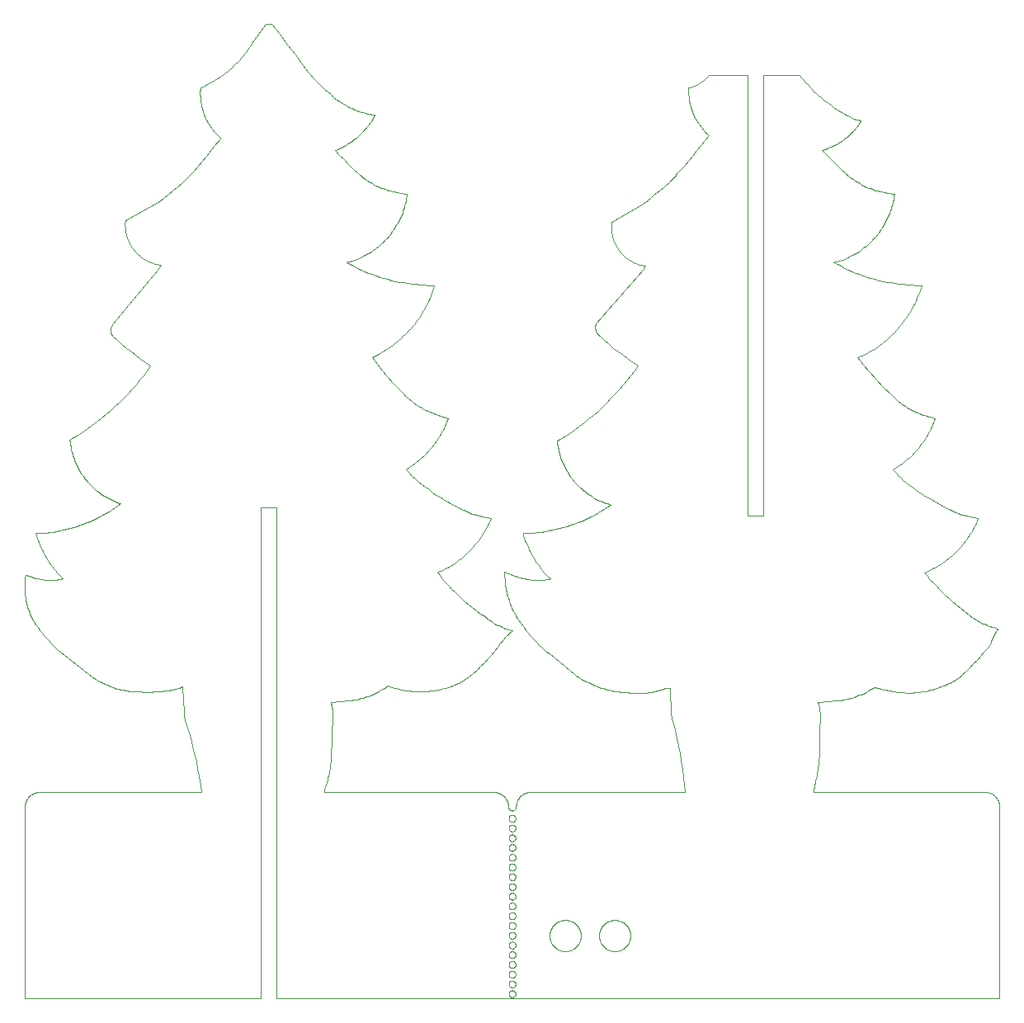
<source format=gbp>
G75*
%MOIN*%
%OFA0B0*%
%FSLAX25Y25*%
%IPPOS*%
%LPD*%
%AMOC8*
5,1,8,0,0,1.08239X$1,22.5*
%
%ADD10C,0.00000*%
D10*
X0255902Y0195547D02*
X0266138Y0187279D01*
X0240942Y0204995D02*
X0240367Y0204475D01*
X0239804Y0203943D01*
X0239253Y0203397D01*
X0238715Y0202840D01*
X0238189Y0202270D01*
X0237676Y0201689D01*
X0237176Y0201096D01*
X0236690Y0200492D01*
X0236218Y0199877D01*
X0238186Y0205783D02*
X0240942Y0204996D01*
X0242123Y0227043D02*
X0237792Y0228618D01*
X0237792Y0228224D01*
X0229918Y0210508D02*
X0230453Y0210083D01*
X0230998Y0209670D01*
X0231552Y0209271D01*
X0232116Y0208884D01*
X0232688Y0208511D01*
X0233269Y0208151D01*
X0233858Y0207806D01*
X0234455Y0207474D01*
X0235060Y0207156D01*
X0235672Y0206852D01*
X0236291Y0206563D01*
X0236917Y0206288D01*
X0237548Y0206028D01*
X0238186Y0205783D01*
X0256296Y0225862D02*
X0255902Y0226256D01*
X0237792Y0228224D02*
X0237807Y0227372D01*
X0237842Y0226521D01*
X0237898Y0225670D01*
X0237975Y0224822D01*
X0238072Y0223975D01*
X0238189Y0223131D01*
X0238327Y0222290D01*
X0238485Y0221452D01*
X0238663Y0220619D01*
X0238861Y0219790D01*
X0239079Y0218966D01*
X0239316Y0218148D01*
X0239574Y0217336D01*
X0239851Y0216530D01*
X0240147Y0215731D01*
X0240462Y0214939D01*
X0240797Y0214155D01*
X0241150Y0213380D01*
X0241522Y0212613D01*
X0241912Y0211855D01*
X0242320Y0211107D01*
X0242747Y0210370D01*
X0243191Y0209642D01*
X0243652Y0208926D01*
X0244130Y0208220D01*
X0244626Y0207527D01*
X0245137Y0206846D01*
X0245666Y0206177D01*
X0245272Y0244366D02*
X0248028Y0244366D01*
X0242123Y0227044D02*
X0242685Y0226829D01*
X0243251Y0226628D01*
X0243823Y0226442D01*
X0244399Y0226269D01*
X0244978Y0226110D01*
X0245562Y0225966D01*
X0246149Y0225836D01*
X0246739Y0225720D01*
X0247332Y0225619D01*
X0247927Y0225533D01*
X0248524Y0225461D01*
X0249122Y0225404D01*
X0249722Y0225361D01*
X0250322Y0225333D01*
X0250923Y0225320D01*
X0251524Y0225322D01*
X0252125Y0225338D01*
X0252726Y0225369D01*
X0253325Y0225415D01*
X0253923Y0225475D01*
X0254520Y0225550D01*
X0255114Y0225640D01*
X0255707Y0225744D01*
X0256296Y0225862D01*
X0232280Y0250272D02*
X0228737Y0251059D01*
X0212989Y0229406D02*
X0210627Y0228618D01*
X0218500Y0183342D02*
X0217650Y0182992D01*
X0216792Y0182662D01*
X0215926Y0182354D01*
X0215053Y0182066D01*
X0214173Y0181800D01*
X0213287Y0181556D01*
X0212395Y0181333D01*
X0211498Y0181132D01*
X0210596Y0180952D01*
X0209691Y0180795D01*
X0208781Y0180660D01*
X0207869Y0180547D01*
X0206954Y0180456D01*
X0206037Y0180388D01*
X0205119Y0180341D01*
X0204200Y0180318D01*
X0203281Y0180316D01*
X0202362Y0180337D01*
X0201444Y0180380D01*
X0200527Y0180446D01*
X0199611Y0180534D01*
X0198699Y0180644D01*
X0197789Y0180776D01*
X0196883Y0180931D01*
X0195981Y0181107D01*
X0195083Y0181306D01*
X0194190Y0181526D01*
X0193303Y0181767D01*
X0193304Y0181768D02*
X0190548Y0182555D01*
X0175194Y0176650D02*
X0167713Y0175862D01*
X0167854Y0175304D01*
X0167983Y0174742D01*
X0168097Y0174177D01*
X0168199Y0173609D01*
X0168286Y0173039D01*
X0168360Y0172468D01*
X0168421Y0171894D01*
X0168467Y0171320D01*
X0168500Y0170744D01*
X0165745Y0142791D02*
X0165351Y0141610D01*
X0164957Y0139642D02*
X0233461Y0139642D01*
X0233613Y0139640D01*
X0233765Y0139634D01*
X0233917Y0139624D01*
X0234068Y0139611D01*
X0234219Y0139593D01*
X0234370Y0139572D01*
X0234520Y0139546D01*
X0234669Y0139517D01*
X0234818Y0139484D01*
X0234965Y0139447D01*
X0235112Y0139407D01*
X0235257Y0139362D01*
X0235401Y0139314D01*
X0235544Y0139262D01*
X0235686Y0139207D01*
X0235826Y0139148D01*
X0235965Y0139085D01*
X0236102Y0139019D01*
X0236237Y0138949D01*
X0236370Y0138876D01*
X0236501Y0138799D01*
X0236631Y0138719D01*
X0236758Y0138636D01*
X0236883Y0138550D01*
X0237006Y0138460D01*
X0237126Y0138367D01*
X0237244Y0138271D01*
X0237360Y0138172D01*
X0237473Y0138070D01*
X0237583Y0137966D01*
X0237691Y0137858D01*
X0237795Y0137748D01*
X0237897Y0137635D01*
X0237996Y0137519D01*
X0238092Y0137401D01*
X0238185Y0137281D01*
X0238275Y0137158D01*
X0238361Y0137033D01*
X0238444Y0136906D01*
X0238524Y0136776D01*
X0238601Y0136645D01*
X0238674Y0136512D01*
X0238744Y0136377D01*
X0238810Y0136240D01*
X0238873Y0136101D01*
X0238932Y0135961D01*
X0238987Y0135819D01*
X0239039Y0135676D01*
X0239087Y0135532D01*
X0239132Y0135387D01*
X0239172Y0135240D01*
X0239209Y0135093D01*
X0239242Y0134944D01*
X0239271Y0134795D01*
X0239297Y0134645D01*
X0239318Y0134494D01*
X0239336Y0134343D01*
X0239349Y0134192D01*
X0239359Y0134040D01*
X0239365Y0133888D01*
X0239367Y0133736D01*
X0240942Y0132161D02*
X0241019Y0132163D01*
X0241096Y0132169D01*
X0241173Y0132178D01*
X0241249Y0132191D01*
X0241325Y0132208D01*
X0241399Y0132229D01*
X0241473Y0132253D01*
X0241545Y0132281D01*
X0241615Y0132312D01*
X0241684Y0132347D01*
X0241752Y0132385D01*
X0241817Y0132426D01*
X0241880Y0132471D01*
X0241941Y0132519D01*
X0242000Y0132569D01*
X0242056Y0132622D01*
X0242109Y0132678D01*
X0242159Y0132737D01*
X0242207Y0132798D01*
X0242252Y0132861D01*
X0242293Y0132926D01*
X0242331Y0132994D01*
X0242366Y0133063D01*
X0242397Y0133133D01*
X0242425Y0133205D01*
X0242449Y0133279D01*
X0242470Y0133353D01*
X0242487Y0133429D01*
X0242500Y0133505D01*
X0242509Y0133582D01*
X0242515Y0133659D01*
X0242517Y0133736D01*
X0240942Y0132161D02*
X0240865Y0132163D01*
X0240788Y0132169D01*
X0240711Y0132178D01*
X0240635Y0132191D01*
X0240559Y0132208D01*
X0240485Y0132229D01*
X0240411Y0132253D01*
X0240339Y0132281D01*
X0240269Y0132312D01*
X0240200Y0132347D01*
X0240132Y0132385D01*
X0240067Y0132426D01*
X0240004Y0132471D01*
X0239943Y0132519D01*
X0239884Y0132569D01*
X0239828Y0132622D01*
X0239775Y0132678D01*
X0239725Y0132737D01*
X0239677Y0132798D01*
X0239632Y0132861D01*
X0239591Y0132926D01*
X0239553Y0132994D01*
X0239518Y0133063D01*
X0239487Y0133133D01*
X0239459Y0133205D01*
X0239435Y0133279D01*
X0239414Y0133353D01*
X0239397Y0133429D01*
X0239384Y0133505D01*
X0239375Y0133582D01*
X0239369Y0133659D01*
X0239367Y0133736D01*
X0239564Y0129012D02*
X0239566Y0129086D01*
X0239572Y0129160D01*
X0239582Y0129233D01*
X0239596Y0129306D01*
X0239613Y0129378D01*
X0239635Y0129448D01*
X0239660Y0129518D01*
X0239689Y0129586D01*
X0239722Y0129652D01*
X0239758Y0129717D01*
X0239798Y0129779D01*
X0239840Y0129840D01*
X0239886Y0129898D01*
X0239935Y0129953D01*
X0239987Y0130006D01*
X0240042Y0130056D01*
X0240099Y0130102D01*
X0240159Y0130146D01*
X0240221Y0130186D01*
X0240285Y0130223D01*
X0240351Y0130257D01*
X0240419Y0130287D01*
X0240488Y0130313D01*
X0240559Y0130336D01*
X0240630Y0130354D01*
X0240703Y0130369D01*
X0240776Y0130380D01*
X0240850Y0130387D01*
X0240924Y0130390D01*
X0240997Y0130389D01*
X0241071Y0130384D01*
X0241145Y0130375D01*
X0241218Y0130362D01*
X0241290Y0130345D01*
X0241361Y0130325D01*
X0241431Y0130300D01*
X0241499Y0130272D01*
X0241566Y0130241D01*
X0241631Y0130205D01*
X0241694Y0130167D01*
X0241755Y0130125D01*
X0241814Y0130079D01*
X0241870Y0130031D01*
X0241923Y0129980D01*
X0241973Y0129926D01*
X0242021Y0129869D01*
X0242065Y0129810D01*
X0242107Y0129748D01*
X0242145Y0129685D01*
X0242179Y0129619D01*
X0242210Y0129552D01*
X0242237Y0129483D01*
X0242260Y0129413D01*
X0242280Y0129342D01*
X0242296Y0129269D01*
X0242308Y0129196D01*
X0242316Y0129123D01*
X0242320Y0129049D01*
X0242320Y0128975D01*
X0242316Y0128901D01*
X0242308Y0128828D01*
X0242296Y0128755D01*
X0242280Y0128682D01*
X0242260Y0128611D01*
X0242237Y0128541D01*
X0242210Y0128472D01*
X0242179Y0128405D01*
X0242145Y0128339D01*
X0242107Y0128276D01*
X0242065Y0128214D01*
X0242021Y0128155D01*
X0241973Y0128098D01*
X0241923Y0128044D01*
X0241870Y0127993D01*
X0241814Y0127945D01*
X0241755Y0127899D01*
X0241694Y0127857D01*
X0241631Y0127819D01*
X0241566Y0127783D01*
X0241499Y0127752D01*
X0241431Y0127724D01*
X0241361Y0127699D01*
X0241290Y0127679D01*
X0241218Y0127662D01*
X0241145Y0127649D01*
X0241071Y0127640D01*
X0240997Y0127635D01*
X0240924Y0127634D01*
X0240850Y0127637D01*
X0240776Y0127644D01*
X0240703Y0127655D01*
X0240630Y0127670D01*
X0240559Y0127688D01*
X0240488Y0127711D01*
X0240419Y0127737D01*
X0240351Y0127767D01*
X0240285Y0127801D01*
X0240221Y0127838D01*
X0240159Y0127878D01*
X0240099Y0127922D01*
X0240042Y0127968D01*
X0239987Y0128018D01*
X0239935Y0128071D01*
X0239886Y0128126D01*
X0239840Y0128184D01*
X0239798Y0128245D01*
X0239758Y0128307D01*
X0239722Y0128372D01*
X0239689Y0128438D01*
X0239660Y0128506D01*
X0239635Y0128576D01*
X0239613Y0128646D01*
X0239596Y0128718D01*
X0239582Y0128791D01*
X0239572Y0128864D01*
X0239566Y0128938D01*
X0239564Y0129012D01*
X0239564Y0125075D02*
X0239566Y0125149D01*
X0239572Y0125223D01*
X0239582Y0125296D01*
X0239596Y0125369D01*
X0239613Y0125441D01*
X0239635Y0125511D01*
X0239660Y0125581D01*
X0239689Y0125649D01*
X0239722Y0125715D01*
X0239758Y0125780D01*
X0239798Y0125842D01*
X0239840Y0125903D01*
X0239886Y0125961D01*
X0239935Y0126016D01*
X0239987Y0126069D01*
X0240042Y0126119D01*
X0240099Y0126165D01*
X0240159Y0126209D01*
X0240221Y0126249D01*
X0240285Y0126286D01*
X0240351Y0126320D01*
X0240419Y0126350D01*
X0240488Y0126376D01*
X0240559Y0126399D01*
X0240630Y0126417D01*
X0240703Y0126432D01*
X0240776Y0126443D01*
X0240850Y0126450D01*
X0240924Y0126453D01*
X0240997Y0126452D01*
X0241071Y0126447D01*
X0241145Y0126438D01*
X0241218Y0126425D01*
X0241290Y0126408D01*
X0241361Y0126388D01*
X0241431Y0126363D01*
X0241499Y0126335D01*
X0241566Y0126304D01*
X0241631Y0126268D01*
X0241694Y0126230D01*
X0241755Y0126188D01*
X0241814Y0126142D01*
X0241870Y0126094D01*
X0241923Y0126043D01*
X0241973Y0125989D01*
X0242021Y0125932D01*
X0242065Y0125873D01*
X0242107Y0125811D01*
X0242145Y0125748D01*
X0242179Y0125682D01*
X0242210Y0125615D01*
X0242237Y0125546D01*
X0242260Y0125476D01*
X0242280Y0125405D01*
X0242296Y0125332D01*
X0242308Y0125259D01*
X0242316Y0125186D01*
X0242320Y0125112D01*
X0242320Y0125038D01*
X0242316Y0124964D01*
X0242308Y0124891D01*
X0242296Y0124818D01*
X0242280Y0124745D01*
X0242260Y0124674D01*
X0242237Y0124604D01*
X0242210Y0124535D01*
X0242179Y0124468D01*
X0242145Y0124402D01*
X0242107Y0124339D01*
X0242065Y0124277D01*
X0242021Y0124218D01*
X0241973Y0124161D01*
X0241923Y0124107D01*
X0241870Y0124056D01*
X0241814Y0124008D01*
X0241755Y0123962D01*
X0241694Y0123920D01*
X0241631Y0123882D01*
X0241566Y0123846D01*
X0241499Y0123815D01*
X0241431Y0123787D01*
X0241361Y0123762D01*
X0241290Y0123742D01*
X0241218Y0123725D01*
X0241145Y0123712D01*
X0241071Y0123703D01*
X0240997Y0123698D01*
X0240924Y0123697D01*
X0240850Y0123700D01*
X0240776Y0123707D01*
X0240703Y0123718D01*
X0240630Y0123733D01*
X0240559Y0123751D01*
X0240488Y0123774D01*
X0240419Y0123800D01*
X0240351Y0123830D01*
X0240285Y0123864D01*
X0240221Y0123901D01*
X0240159Y0123941D01*
X0240099Y0123985D01*
X0240042Y0124031D01*
X0239987Y0124081D01*
X0239935Y0124134D01*
X0239886Y0124189D01*
X0239840Y0124247D01*
X0239798Y0124308D01*
X0239758Y0124370D01*
X0239722Y0124435D01*
X0239689Y0124501D01*
X0239660Y0124569D01*
X0239635Y0124639D01*
X0239613Y0124709D01*
X0239596Y0124781D01*
X0239582Y0124854D01*
X0239572Y0124927D01*
X0239566Y0125001D01*
X0239564Y0125075D01*
X0239564Y0121138D02*
X0239566Y0121212D01*
X0239572Y0121286D01*
X0239582Y0121359D01*
X0239596Y0121432D01*
X0239613Y0121504D01*
X0239635Y0121574D01*
X0239660Y0121644D01*
X0239689Y0121712D01*
X0239722Y0121778D01*
X0239758Y0121843D01*
X0239798Y0121905D01*
X0239840Y0121966D01*
X0239886Y0122024D01*
X0239935Y0122079D01*
X0239987Y0122132D01*
X0240042Y0122182D01*
X0240099Y0122228D01*
X0240159Y0122272D01*
X0240221Y0122312D01*
X0240285Y0122349D01*
X0240351Y0122383D01*
X0240419Y0122413D01*
X0240488Y0122439D01*
X0240559Y0122462D01*
X0240630Y0122480D01*
X0240703Y0122495D01*
X0240776Y0122506D01*
X0240850Y0122513D01*
X0240924Y0122516D01*
X0240997Y0122515D01*
X0241071Y0122510D01*
X0241145Y0122501D01*
X0241218Y0122488D01*
X0241290Y0122471D01*
X0241361Y0122451D01*
X0241431Y0122426D01*
X0241499Y0122398D01*
X0241566Y0122367D01*
X0241631Y0122331D01*
X0241694Y0122293D01*
X0241755Y0122251D01*
X0241814Y0122205D01*
X0241870Y0122157D01*
X0241923Y0122106D01*
X0241973Y0122052D01*
X0242021Y0121995D01*
X0242065Y0121936D01*
X0242107Y0121874D01*
X0242145Y0121811D01*
X0242179Y0121745D01*
X0242210Y0121678D01*
X0242237Y0121609D01*
X0242260Y0121539D01*
X0242280Y0121468D01*
X0242296Y0121395D01*
X0242308Y0121322D01*
X0242316Y0121249D01*
X0242320Y0121175D01*
X0242320Y0121101D01*
X0242316Y0121027D01*
X0242308Y0120954D01*
X0242296Y0120881D01*
X0242280Y0120808D01*
X0242260Y0120737D01*
X0242237Y0120667D01*
X0242210Y0120598D01*
X0242179Y0120531D01*
X0242145Y0120465D01*
X0242107Y0120402D01*
X0242065Y0120340D01*
X0242021Y0120281D01*
X0241973Y0120224D01*
X0241923Y0120170D01*
X0241870Y0120119D01*
X0241814Y0120071D01*
X0241755Y0120025D01*
X0241694Y0119983D01*
X0241631Y0119945D01*
X0241566Y0119909D01*
X0241499Y0119878D01*
X0241431Y0119850D01*
X0241361Y0119825D01*
X0241290Y0119805D01*
X0241218Y0119788D01*
X0241145Y0119775D01*
X0241071Y0119766D01*
X0240997Y0119761D01*
X0240924Y0119760D01*
X0240850Y0119763D01*
X0240776Y0119770D01*
X0240703Y0119781D01*
X0240630Y0119796D01*
X0240559Y0119814D01*
X0240488Y0119837D01*
X0240419Y0119863D01*
X0240351Y0119893D01*
X0240285Y0119927D01*
X0240221Y0119964D01*
X0240159Y0120004D01*
X0240099Y0120048D01*
X0240042Y0120094D01*
X0239987Y0120144D01*
X0239935Y0120197D01*
X0239886Y0120252D01*
X0239840Y0120310D01*
X0239798Y0120371D01*
X0239758Y0120433D01*
X0239722Y0120498D01*
X0239689Y0120564D01*
X0239660Y0120632D01*
X0239635Y0120702D01*
X0239613Y0120772D01*
X0239596Y0120844D01*
X0239582Y0120917D01*
X0239572Y0120990D01*
X0239566Y0121064D01*
X0239564Y0121138D01*
X0239564Y0117201D02*
X0239566Y0117275D01*
X0239572Y0117349D01*
X0239582Y0117422D01*
X0239596Y0117495D01*
X0239613Y0117567D01*
X0239635Y0117637D01*
X0239660Y0117707D01*
X0239689Y0117775D01*
X0239722Y0117841D01*
X0239758Y0117906D01*
X0239798Y0117968D01*
X0239840Y0118029D01*
X0239886Y0118087D01*
X0239935Y0118142D01*
X0239987Y0118195D01*
X0240042Y0118245D01*
X0240099Y0118291D01*
X0240159Y0118335D01*
X0240221Y0118375D01*
X0240285Y0118412D01*
X0240351Y0118446D01*
X0240419Y0118476D01*
X0240488Y0118502D01*
X0240559Y0118525D01*
X0240630Y0118543D01*
X0240703Y0118558D01*
X0240776Y0118569D01*
X0240850Y0118576D01*
X0240924Y0118579D01*
X0240997Y0118578D01*
X0241071Y0118573D01*
X0241145Y0118564D01*
X0241218Y0118551D01*
X0241290Y0118534D01*
X0241361Y0118514D01*
X0241431Y0118489D01*
X0241499Y0118461D01*
X0241566Y0118430D01*
X0241631Y0118394D01*
X0241694Y0118356D01*
X0241755Y0118314D01*
X0241814Y0118268D01*
X0241870Y0118220D01*
X0241923Y0118169D01*
X0241973Y0118115D01*
X0242021Y0118058D01*
X0242065Y0117999D01*
X0242107Y0117937D01*
X0242145Y0117874D01*
X0242179Y0117808D01*
X0242210Y0117741D01*
X0242237Y0117672D01*
X0242260Y0117602D01*
X0242280Y0117531D01*
X0242296Y0117458D01*
X0242308Y0117385D01*
X0242316Y0117312D01*
X0242320Y0117238D01*
X0242320Y0117164D01*
X0242316Y0117090D01*
X0242308Y0117017D01*
X0242296Y0116944D01*
X0242280Y0116871D01*
X0242260Y0116800D01*
X0242237Y0116730D01*
X0242210Y0116661D01*
X0242179Y0116594D01*
X0242145Y0116528D01*
X0242107Y0116465D01*
X0242065Y0116403D01*
X0242021Y0116344D01*
X0241973Y0116287D01*
X0241923Y0116233D01*
X0241870Y0116182D01*
X0241814Y0116134D01*
X0241755Y0116088D01*
X0241694Y0116046D01*
X0241631Y0116008D01*
X0241566Y0115972D01*
X0241499Y0115941D01*
X0241431Y0115913D01*
X0241361Y0115888D01*
X0241290Y0115868D01*
X0241218Y0115851D01*
X0241145Y0115838D01*
X0241071Y0115829D01*
X0240997Y0115824D01*
X0240924Y0115823D01*
X0240850Y0115826D01*
X0240776Y0115833D01*
X0240703Y0115844D01*
X0240630Y0115859D01*
X0240559Y0115877D01*
X0240488Y0115900D01*
X0240419Y0115926D01*
X0240351Y0115956D01*
X0240285Y0115990D01*
X0240221Y0116027D01*
X0240159Y0116067D01*
X0240099Y0116111D01*
X0240042Y0116157D01*
X0239987Y0116207D01*
X0239935Y0116260D01*
X0239886Y0116315D01*
X0239840Y0116373D01*
X0239798Y0116434D01*
X0239758Y0116496D01*
X0239722Y0116561D01*
X0239689Y0116627D01*
X0239660Y0116695D01*
X0239635Y0116765D01*
X0239613Y0116835D01*
X0239596Y0116907D01*
X0239582Y0116980D01*
X0239572Y0117053D01*
X0239566Y0117127D01*
X0239564Y0117201D01*
X0239564Y0113264D02*
X0239566Y0113338D01*
X0239572Y0113412D01*
X0239582Y0113485D01*
X0239596Y0113558D01*
X0239613Y0113630D01*
X0239635Y0113700D01*
X0239660Y0113770D01*
X0239689Y0113838D01*
X0239722Y0113904D01*
X0239758Y0113969D01*
X0239798Y0114031D01*
X0239840Y0114092D01*
X0239886Y0114150D01*
X0239935Y0114205D01*
X0239987Y0114258D01*
X0240042Y0114308D01*
X0240099Y0114354D01*
X0240159Y0114398D01*
X0240221Y0114438D01*
X0240285Y0114475D01*
X0240351Y0114509D01*
X0240419Y0114539D01*
X0240488Y0114565D01*
X0240559Y0114588D01*
X0240630Y0114606D01*
X0240703Y0114621D01*
X0240776Y0114632D01*
X0240850Y0114639D01*
X0240924Y0114642D01*
X0240997Y0114641D01*
X0241071Y0114636D01*
X0241145Y0114627D01*
X0241218Y0114614D01*
X0241290Y0114597D01*
X0241361Y0114577D01*
X0241431Y0114552D01*
X0241499Y0114524D01*
X0241566Y0114493D01*
X0241631Y0114457D01*
X0241694Y0114419D01*
X0241755Y0114377D01*
X0241814Y0114331D01*
X0241870Y0114283D01*
X0241923Y0114232D01*
X0241973Y0114178D01*
X0242021Y0114121D01*
X0242065Y0114062D01*
X0242107Y0114000D01*
X0242145Y0113937D01*
X0242179Y0113871D01*
X0242210Y0113804D01*
X0242237Y0113735D01*
X0242260Y0113665D01*
X0242280Y0113594D01*
X0242296Y0113521D01*
X0242308Y0113448D01*
X0242316Y0113375D01*
X0242320Y0113301D01*
X0242320Y0113227D01*
X0242316Y0113153D01*
X0242308Y0113080D01*
X0242296Y0113007D01*
X0242280Y0112934D01*
X0242260Y0112863D01*
X0242237Y0112793D01*
X0242210Y0112724D01*
X0242179Y0112657D01*
X0242145Y0112591D01*
X0242107Y0112528D01*
X0242065Y0112466D01*
X0242021Y0112407D01*
X0241973Y0112350D01*
X0241923Y0112296D01*
X0241870Y0112245D01*
X0241814Y0112197D01*
X0241755Y0112151D01*
X0241694Y0112109D01*
X0241631Y0112071D01*
X0241566Y0112035D01*
X0241499Y0112004D01*
X0241431Y0111976D01*
X0241361Y0111951D01*
X0241290Y0111931D01*
X0241218Y0111914D01*
X0241145Y0111901D01*
X0241071Y0111892D01*
X0240997Y0111887D01*
X0240924Y0111886D01*
X0240850Y0111889D01*
X0240776Y0111896D01*
X0240703Y0111907D01*
X0240630Y0111922D01*
X0240559Y0111940D01*
X0240488Y0111963D01*
X0240419Y0111989D01*
X0240351Y0112019D01*
X0240285Y0112053D01*
X0240221Y0112090D01*
X0240159Y0112130D01*
X0240099Y0112174D01*
X0240042Y0112220D01*
X0239987Y0112270D01*
X0239935Y0112323D01*
X0239886Y0112378D01*
X0239840Y0112436D01*
X0239798Y0112497D01*
X0239758Y0112559D01*
X0239722Y0112624D01*
X0239689Y0112690D01*
X0239660Y0112758D01*
X0239635Y0112828D01*
X0239613Y0112898D01*
X0239596Y0112970D01*
X0239582Y0113043D01*
X0239572Y0113116D01*
X0239566Y0113190D01*
X0239564Y0113264D01*
X0239564Y0109327D02*
X0239566Y0109401D01*
X0239572Y0109475D01*
X0239582Y0109548D01*
X0239596Y0109621D01*
X0239613Y0109693D01*
X0239635Y0109763D01*
X0239660Y0109833D01*
X0239689Y0109901D01*
X0239722Y0109967D01*
X0239758Y0110032D01*
X0239798Y0110094D01*
X0239840Y0110155D01*
X0239886Y0110213D01*
X0239935Y0110268D01*
X0239987Y0110321D01*
X0240042Y0110371D01*
X0240099Y0110417D01*
X0240159Y0110461D01*
X0240221Y0110501D01*
X0240285Y0110538D01*
X0240351Y0110572D01*
X0240419Y0110602D01*
X0240488Y0110628D01*
X0240559Y0110651D01*
X0240630Y0110669D01*
X0240703Y0110684D01*
X0240776Y0110695D01*
X0240850Y0110702D01*
X0240924Y0110705D01*
X0240997Y0110704D01*
X0241071Y0110699D01*
X0241145Y0110690D01*
X0241218Y0110677D01*
X0241290Y0110660D01*
X0241361Y0110640D01*
X0241431Y0110615D01*
X0241499Y0110587D01*
X0241566Y0110556D01*
X0241631Y0110520D01*
X0241694Y0110482D01*
X0241755Y0110440D01*
X0241814Y0110394D01*
X0241870Y0110346D01*
X0241923Y0110295D01*
X0241973Y0110241D01*
X0242021Y0110184D01*
X0242065Y0110125D01*
X0242107Y0110063D01*
X0242145Y0110000D01*
X0242179Y0109934D01*
X0242210Y0109867D01*
X0242237Y0109798D01*
X0242260Y0109728D01*
X0242280Y0109657D01*
X0242296Y0109584D01*
X0242308Y0109511D01*
X0242316Y0109438D01*
X0242320Y0109364D01*
X0242320Y0109290D01*
X0242316Y0109216D01*
X0242308Y0109143D01*
X0242296Y0109070D01*
X0242280Y0108997D01*
X0242260Y0108926D01*
X0242237Y0108856D01*
X0242210Y0108787D01*
X0242179Y0108720D01*
X0242145Y0108654D01*
X0242107Y0108591D01*
X0242065Y0108529D01*
X0242021Y0108470D01*
X0241973Y0108413D01*
X0241923Y0108359D01*
X0241870Y0108308D01*
X0241814Y0108260D01*
X0241755Y0108214D01*
X0241694Y0108172D01*
X0241631Y0108134D01*
X0241566Y0108098D01*
X0241499Y0108067D01*
X0241431Y0108039D01*
X0241361Y0108014D01*
X0241290Y0107994D01*
X0241218Y0107977D01*
X0241145Y0107964D01*
X0241071Y0107955D01*
X0240997Y0107950D01*
X0240924Y0107949D01*
X0240850Y0107952D01*
X0240776Y0107959D01*
X0240703Y0107970D01*
X0240630Y0107985D01*
X0240559Y0108003D01*
X0240488Y0108026D01*
X0240419Y0108052D01*
X0240351Y0108082D01*
X0240285Y0108116D01*
X0240221Y0108153D01*
X0240159Y0108193D01*
X0240099Y0108237D01*
X0240042Y0108283D01*
X0239987Y0108333D01*
X0239935Y0108386D01*
X0239886Y0108441D01*
X0239840Y0108499D01*
X0239798Y0108560D01*
X0239758Y0108622D01*
X0239722Y0108687D01*
X0239689Y0108753D01*
X0239660Y0108821D01*
X0239635Y0108891D01*
X0239613Y0108961D01*
X0239596Y0109033D01*
X0239582Y0109106D01*
X0239572Y0109179D01*
X0239566Y0109253D01*
X0239564Y0109327D01*
X0239564Y0105390D02*
X0239566Y0105464D01*
X0239572Y0105538D01*
X0239582Y0105611D01*
X0239596Y0105684D01*
X0239613Y0105756D01*
X0239635Y0105826D01*
X0239660Y0105896D01*
X0239689Y0105964D01*
X0239722Y0106030D01*
X0239758Y0106095D01*
X0239798Y0106157D01*
X0239840Y0106218D01*
X0239886Y0106276D01*
X0239935Y0106331D01*
X0239987Y0106384D01*
X0240042Y0106434D01*
X0240099Y0106480D01*
X0240159Y0106524D01*
X0240221Y0106564D01*
X0240285Y0106601D01*
X0240351Y0106635D01*
X0240419Y0106665D01*
X0240488Y0106691D01*
X0240559Y0106714D01*
X0240630Y0106732D01*
X0240703Y0106747D01*
X0240776Y0106758D01*
X0240850Y0106765D01*
X0240924Y0106768D01*
X0240997Y0106767D01*
X0241071Y0106762D01*
X0241145Y0106753D01*
X0241218Y0106740D01*
X0241290Y0106723D01*
X0241361Y0106703D01*
X0241431Y0106678D01*
X0241499Y0106650D01*
X0241566Y0106619D01*
X0241631Y0106583D01*
X0241694Y0106545D01*
X0241755Y0106503D01*
X0241814Y0106457D01*
X0241870Y0106409D01*
X0241923Y0106358D01*
X0241973Y0106304D01*
X0242021Y0106247D01*
X0242065Y0106188D01*
X0242107Y0106126D01*
X0242145Y0106063D01*
X0242179Y0105997D01*
X0242210Y0105930D01*
X0242237Y0105861D01*
X0242260Y0105791D01*
X0242280Y0105720D01*
X0242296Y0105647D01*
X0242308Y0105574D01*
X0242316Y0105501D01*
X0242320Y0105427D01*
X0242320Y0105353D01*
X0242316Y0105279D01*
X0242308Y0105206D01*
X0242296Y0105133D01*
X0242280Y0105060D01*
X0242260Y0104989D01*
X0242237Y0104919D01*
X0242210Y0104850D01*
X0242179Y0104783D01*
X0242145Y0104717D01*
X0242107Y0104654D01*
X0242065Y0104592D01*
X0242021Y0104533D01*
X0241973Y0104476D01*
X0241923Y0104422D01*
X0241870Y0104371D01*
X0241814Y0104323D01*
X0241755Y0104277D01*
X0241694Y0104235D01*
X0241631Y0104197D01*
X0241566Y0104161D01*
X0241499Y0104130D01*
X0241431Y0104102D01*
X0241361Y0104077D01*
X0241290Y0104057D01*
X0241218Y0104040D01*
X0241145Y0104027D01*
X0241071Y0104018D01*
X0240997Y0104013D01*
X0240924Y0104012D01*
X0240850Y0104015D01*
X0240776Y0104022D01*
X0240703Y0104033D01*
X0240630Y0104048D01*
X0240559Y0104066D01*
X0240488Y0104089D01*
X0240419Y0104115D01*
X0240351Y0104145D01*
X0240285Y0104179D01*
X0240221Y0104216D01*
X0240159Y0104256D01*
X0240099Y0104300D01*
X0240042Y0104346D01*
X0239987Y0104396D01*
X0239935Y0104449D01*
X0239886Y0104504D01*
X0239840Y0104562D01*
X0239798Y0104623D01*
X0239758Y0104685D01*
X0239722Y0104750D01*
X0239689Y0104816D01*
X0239660Y0104884D01*
X0239635Y0104954D01*
X0239613Y0105024D01*
X0239596Y0105096D01*
X0239582Y0105169D01*
X0239572Y0105242D01*
X0239566Y0105316D01*
X0239564Y0105390D01*
X0239564Y0101453D02*
X0239566Y0101527D01*
X0239572Y0101601D01*
X0239582Y0101674D01*
X0239596Y0101747D01*
X0239613Y0101819D01*
X0239635Y0101889D01*
X0239660Y0101959D01*
X0239689Y0102027D01*
X0239722Y0102093D01*
X0239758Y0102158D01*
X0239798Y0102220D01*
X0239840Y0102281D01*
X0239886Y0102339D01*
X0239935Y0102394D01*
X0239987Y0102447D01*
X0240042Y0102497D01*
X0240099Y0102543D01*
X0240159Y0102587D01*
X0240221Y0102627D01*
X0240285Y0102664D01*
X0240351Y0102698D01*
X0240419Y0102728D01*
X0240488Y0102754D01*
X0240559Y0102777D01*
X0240630Y0102795D01*
X0240703Y0102810D01*
X0240776Y0102821D01*
X0240850Y0102828D01*
X0240924Y0102831D01*
X0240997Y0102830D01*
X0241071Y0102825D01*
X0241145Y0102816D01*
X0241218Y0102803D01*
X0241290Y0102786D01*
X0241361Y0102766D01*
X0241431Y0102741D01*
X0241499Y0102713D01*
X0241566Y0102682D01*
X0241631Y0102646D01*
X0241694Y0102608D01*
X0241755Y0102566D01*
X0241814Y0102520D01*
X0241870Y0102472D01*
X0241923Y0102421D01*
X0241973Y0102367D01*
X0242021Y0102310D01*
X0242065Y0102251D01*
X0242107Y0102189D01*
X0242145Y0102126D01*
X0242179Y0102060D01*
X0242210Y0101993D01*
X0242237Y0101924D01*
X0242260Y0101854D01*
X0242280Y0101783D01*
X0242296Y0101710D01*
X0242308Y0101637D01*
X0242316Y0101564D01*
X0242320Y0101490D01*
X0242320Y0101416D01*
X0242316Y0101342D01*
X0242308Y0101269D01*
X0242296Y0101196D01*
X0242280Y0101123D01*
X0242260Y0101052D01*
X0242237Y0100982D01*
X0242210Y0100913D01*
X0242179Y0100846D01*
X0242145Y0100780D01*
X0242107Y0100717D01*
X0242065Y0100655D01*
X0242021Y0100596D01*
X0241973Y0100539D01*
X0241923Y0100485D01*
X0241870Y0100434D01*
X0241814Y0100386D01*
X0241755Y0100340D01*
X0241694Y0100298D01*
X0241631Y0100260D01*
X0241566Y0100224D01*
X0241499Y0100193D01*
X0241431Y0100165D01*
X0241361Y0100140D01*
X0241290Y0100120D01*
X0241218Y0100103D01*
X0241145Y0100090D01*
X0241071Y0100081D01*
X0240997Y0100076D01*
X0240924Y0100075D01*
X0240850Y0100078D01*
X0240776Y0100085D01*
X0240703Y0100096D01*
X0240630Y0100111D01*
X0240559Y0100129D01*
X0240488Y0100152D01*
X0240419Y0100178D01*
X0240351Y0100208D01*
X0240285Y0100242D01*
X0240221Y0100279D01*
X0240159Y0100319D01*
X0240099Y0100363D01*
X0240042Y0100409D01*
X0239987Y0100459D01*
X0239935Y0100512D01*
X0239886Y0100567D01*
X0239840Y0100625D01*
X0239798Y0100686D01*
X0239758Y0100748D01*
X0239722Y0100813D01*
X0239689Y0100879D01*
X0239660Y0100947D01*
X0239635Y0101017D01*
X0239613Y0101087D01*
X0239596Y0101159D01*
X0239582Y0101232D01*
X0239572Y0101305D01*
X0239566Y0101379D01*
X0239564Y0101453D01*
X0239564Y0097516D02*
X0239566Y0097590D01*
X0239572Y0097664D01*
X0239582Y0097737D01*
X0239596Y0097810D01*
X0239613Y0097882D01*
X0239635Y0097952D01*
X0239660Y0098022D01*
X0239689Y0098090D01*
X0239722Y0098156D01*
X0239758Y0098221D01*
X0239798Y0098283D01*
X0239840Y0098344D01*
X0239886Y0098402D01*
X0239935Y0098457D01*
X0239987Y0098510D01*
X0240042Y0098560D01*
X0240099Y0098606D01*
X0240159Y0098650D01*
X0240221Y0098690D01*
X0240285Y0098727D01*
X0240351Y0098761D01*
X0240419Y0098791D01*
X0240488Y0098817D01*
X0240559Y0098840D01*
X0240630Y0098858D01*
X0240703Y0098873D01*
X0240776Y0098884D01*
X0240850Y0098891D01*
X0240924Y0098894D01*
X0240997Y0098893D01*
X0241071Y0098888D01*
X0241145Y0098879D01*
X0241218Y0098866D01*
X0241290Y0098849D01*
X0241361Y0098829D01*
X0241431Y0098804D01*
X0241499Y0098776D01*
X0241566Y0098745D01*
X0241631Y0098709D01*
X0241694Y0098671D01*
X0241755Y0098629D01*
X0241814Y0098583D01*
X0241870Y0098535D01*
X0241923Y0098484D01*
X0241973Y0098430D01*
X0242021Y0098373D01*
X0242065Y0098314D01*
X0242107Y0098252D01*
X0242145Y0098189D01*
X0242179Y0098123D01*
X0242210Y0098056D01*
X0242237Y0097987D01*
X0242260Y0097917D01*
X0242280Y0097846D01*
X0242296Y0097773D01*
X0242308Y0097700D01*
X0242316Y0097627D01*
X0242320Y0097553D01*
X0242320Y0097479D01*
X0242316Y0097405D01*
X0242308Y0097332D01*
X0242296Y0097259D01*
X0242280Y0097186D01*
X0242260Y0097115D01*
X0242237Y0097045D01*
X0242210Y0096976D01*
X0242179Y0096909D01*
X0242145Y0096843D01*
X0242107Y0096780D01*
X0242065Y0096718D01*
X0242021Y0096659D01*
X0241973Y0096602D01*
X0241923Y0096548D01*
X0241870Y0096497D01*
X0241814Y0096449D01*
X0241755Y0096403D01*
X0241694Y0096361D01*
X0241631Y0096323D01*
X0241566Y0096287D01*
X0241499Y0096256D01*
X0241431Y0096228D01*
X0241361Y0096203D01*
X0241290Y0096183D01*
X0241218Y0096166D01*
X0241145Y0096153D01*
X0241071Y0096144D01*
X0240997Y0096139D01*
X0240924Y0096138D01*
X0240850Y0096141D01*
X0240776Y0096148D01*
X0240703Y0096159D01*
X0240630Y0096174D01*
X0240559Y0096192D01*
X0240488Y0096215D01*
X0240419Y0096241D01*
X0240351Y0096271D01*
X0240285Y0096305D01*
X0240221Y0096342D01*
X0240159Y0096382D01*
X0240099Y0096426D01*
X0240042Y0096472D01*
X0239987Y0096522D01*
X0239935Y0096575D01*
X0239886Y0096630D01*
X0239840Y0096688D01*
X0239798Y0096749D01*
X0239758Y0096811D01*
X0239722Y0096876D01*
X0239689Y0096942D01*
X0239660Y0097010D01*
X0239635Y0097080D01*
X0239613Y0097150D01*
X0239596Y0097222D01*
X0239582Y0097295D01*
X0239572Y0097368D01*
X0239566Y0097442D01*
X0239564Y0097516D01*
X0239564Y0093579D02*
X0239566Y0093653D01*
X0239572Y0093727D01*
X0239582Y0093800D01*
X0239596Y0093873D01*
X0239613Y0093945D01*
X0239635Y0094015D01*
X0239660Y0094085D01*
X0239689Y0094153D01*
X0239722Y0094219D01*
X0239758Y0094284D01*
X0239798Y0094346D01*
X0239840Y0094407D01*
X0239886Y0094465D01*
X0239935Y0094520D01*
X0239987Y0094573D01*
X0240042Y0094623D01*
X0240099Y0094669D01*
X0240159Y0094713D01*
X0240221Y0094753D01*
X0240285Y0094790D01*
X0240351Y0094824D01*
X0240419Y0094854D01*
X0240488Y0094880D01*
X0240559Y0094903D01*
X0240630Y0094921D01*
X0240703Y0094936D01*
X0240776Y0094947D01*
X0240850Y0094954D01*
X0240924Y0094957D01*
X0240997Y0094956D01*
X0241071Y0094951D01*
X0241145Y0094942D01*
X0241218Y0094929D01*
X0241290Y0094912D01*
X0241361Y0094892D01*
X0241431Y0094867D01*
X0241499Y0094839D01*
X0241566Y0094808D01*
X0241631Y0094772D01*
X0241694Y0094734D01*
X0241755Y0094692D01*
X0241814Y0094646D01*
X0241870Y0094598D01*
X0241923Y0094547D01*
X0241973Y0094493D01*
X0242021Y0094436D01*
X0242065Y0094377D01*
X0242107Y0094315D01*
X0242145Y0094252D01*
X0242179Y0094186D01*
X0242210Y0094119D01*
X0242237Y0094050D01*
X0242260Y0093980D01*
X0242280Y0093909D01*
X0242296Y0093836D01*
X0242308Y0093763D01*
X0242316Y0093690D01*
X0242320Y0093616D01*
X0242320Y0093542D01*
X0242316Y0093468D01*
X0242308Y0093395D01*
X0242296Y0093322D01*
X0242280Y0093249D01*
X0242260Y0093178D01*
X0242237Y0093108D01*
X0242210Y0093039D01*
X0242179Y0092972D01*
X0242145Y0092906D01*
X0242107Y0092843D01*
X0242065Y0092781D01*
X0242021Y0092722D01*
X0241973Y0092665D01*
X0241923Y0092611D01*
X0241870Y0092560D01*
X0241814Y0092512D01*
X0241755Y0092466D01*
X0241694Y0092424D01*
X0241631Y0092386D01*
X0241566Y0092350D01*
X0241499Y0092319D01*
X0241431Y0092291D01*
X0241361Y0092266D01*
X0241290Y0092246D01*
X0241218Y0092229D01*
X0241145Y0092216D01*
X0241071Y0092207D01*
X0240997Y0092202D01*
X0240924Y0092201D01*
X0240850Y0092204D01*
X0240776Y0092211D01*
X0240703Y0092222D01*
X0240630Y0092237D01*
X0240559Y0092255D01*
X0240488Y0092278D01*
X0240419Y0092304D01*
X0240351Y0092334D01*
X0240285Y0092368D01*
X0240221Y0092405D01*
X0240159Y0092445D01*
X0240099Y0092489D01*
X0240042Y0092535D01*
X0239987Y0092585D01*
X0239935Y0092638D01*
X0239886Y0092693D01*
X0239840Y0092751D01*
X0239798Y0092812D01*
X0239758Y0092874D01*
X0239722Y0092939D01*
X0239689Y0093005D01*
X0239660Y0093073D01*
X0239635Y0093143D01*
X0239613Y0093213D01*
X0239596Y0093285D01*
X0239582Y0093358D01*
X0239572Y0093431D01*
X0239566Y0093505D01*
X0239564Y0093579D01*
X0239564Y0089642D02*
X0239566Y0089716D01*
X0239572Y0089790D01*
X0239582Y0089863D01*
X0239596Y0089936D01*
X0239613Y0090008D01*
X0239635Y0090078D01*
X0239660Y0090148D01*
X0239689Y0090216D01*
X0239722Y0090282D01*
X0239758Y0090347D01*
X0239798Y0090409D01*
X0239840Y0090470D01*
X0239886Y0090528D01*
X0239935Y0090583D01*
X0239987Y0090636D01*
X0240042Y0090686D01*
X0240099Y0090732D01*
X0240159Y0090776D01*
X0240221Y0090816D01*
X0240285Y0090853D01*
X0240351Y0090887D01*
X0240419Y0090917D01*
X0240488Y0090943D01*
X0240559Y0090966D01*
X0240630Y0090984D01*
X0240703Y0090999D01*
X0240776Y0091010D01*
X0240850Y0091017D01*
X0240924Y0091020D01*
X0240997Y0091019D01*
X0241071Y0091014D01*
X0241145Y0091005D01*
X0241218Y0090992D01*
X0241290Y0090975D01*
X0241361Y0090955D01*
X0241431Y0090930D01*
X0241499Y0090902D01*
X0241566Y0090871D01*
X0241631Y0090835D01*
X0241694Y0090797D01*
X0241755Y0090755D01*
X0241814Y0090709D01*
X0241870Y0090661D01*
X0241923Y0090610D01*
X0241973Y0090556D01*
X0242021Y0090499D01*
X0242065Y0090440D01*
X0242107Y0090378D01*
X0242145Y0090315D01*
X0242179Y0090249D01*
X0242210Y0090182D01*
X0242237Y0090113D01*
X0242260Y0090043D01*
X0242280Y0089972D01*
X0242296Y0089899D01*
X0242308Y0089826D01*
X0242316Y0089753D01*
X0242320Y0089679D01*
X0242320Y0089605D01*
X0242316Y0089531D01*
X0242308Y0089458D01*
X0242296Y0089385D01*
X0242280Y0089312D01*
X0242260Y0089241D01*
X0242237Y0089171D01*
X0242210Y0089102D01*
X0242179Y0089035D01*
X0242145Y0088969D01*
X0242107Y0088906D01*
X0242065Y0088844D01*
X0242021Y0088785D01*
X0241973Y0088728D01*
X0241923Y0088674D01*
X0241870Y0088623D01*
X0241814Y0088575D01*
X0241755Y0088529D01*
X0241694Y0088487D01*
X0241631Y0088449D01*
X0241566Y0088413D01*
X0241499Y0088382D01*
X0241431Y0088354D01*
X0241361Y0088329D01*
X0241290Y0088309D01*
X0241218Y0088292D01*
X0241145Y0088279D01*
X0241071Y0088270D01*
X0240997Y0088265D01*
X0240924Y0088264D01*
X0240850Y0088267D01*
X0240776Y0088274D01*
X0240703Y0088285D01*
X0240630Y0088300D01*
X0240559Y0088318D01*
X0240488Y0088341D01*
X0240419Y0088367D01*
X0240351Y0088397D01*
X0240285Y0088431D01*
X0240221Y0088468D01*
X0240159Y0088508D01*
X0240099Y0088552D01*
X0240042Y0088598D01*
X0239987Y0088648D01*
X0239935Y0088701D01*
X0239886Y0088756D01*
X0239840Y0088814D01*
X0239798Y0088875D01*
X0239758Y0088937D01*
X0239722Y0089002D01*
X0239689Y0089068D01*
X0239660Y0089136D01*
X0239635Y0089206D01*
X0239613Y0089276D01*
X0239596Y0089348D01*
X0239582Y0089421D01*
X0239572Y0089494D01*
X0239566Y0089568D01*
X0239564Y0089642D01*
X0239564Y0085705D02*
X0239566Y0085779D01*
X0239572Y0085853D01*
X0239582Y0085926D01*
X0239596Y0085999D01*
X0239613Y0086071D01*
X0239635Y0086141D01*
X0239660Y0086211D01*
X0239689Y0086279D01*
X0239722Y0086345D01*
X0239758Y0086410D01*
X0239798Y0086472D01*
X0239840Y0086533D01*
X0239886Y0086591D01*
X0239935Y0086646D01*
X0239987Y0086699D01*
X0240042Y0086749D01*
X0240099Y0086795D01*
X0240159Y0086839D01*
X0240221Y0086879D01*
X0240285Y0086916D01*
X0240351Y0086950D01*
X0240419Y0086980D01*
X0240488Y0087006D01*
X0240559Y0087029D01*
X0240630Y0087047D01*
X0240703Y0087062D01*
X0240776Y0087073D01*
X0240850Y0087080D01*
X0240924Y0087083D01*
X0240997Y0087082D01*
X0241071Y0087077D01*
X0241145Y0087068D01*
X0241218Y0087055D01*
X0241290Y0087038D01*
X0241361Y0087018D01*
X0241431Y0086993D01*
X0241499Y0086965D01*
X0241566Y0086934D01*
X0241631Y0086898D01*
X0241694Y0086860D01*
X0241755Y0086818D01*
X0241814Y0086772D01*
X0241870Y0086724D01*
X0241923Y0086673D01*
X0241973Y0086619D01*
X0242021Y0086562D01*
X0242065Y0086503D01*
X0242107Y0086441D01*
X0242145Y0086378D01*
X0242179Y0086312D01*
X0242210Y0086245D01*
X0242237Y0086176D01*
X0242260Y0086106D01*
X0242280Y0086035D01*
X0242296Y0085962D01*
X0242308Y0085889D01*
X0242316Y0085816D01*
X0242320Y0085742D01*
X0242320Y0085668D01*
X0242316Y0085594D01*
X0242308Y0085521D01*
X0242296Y0085448D01*
X0242280Y0085375D01*
X0242260Y0085304D01*
X0242237Y0085234D01*
X0242210Y0085165D01*
X0242179Y0085098D01*
X0242145Y0085032D01*
X0242107Y0084969D01*
X0242065Y0084907D01*
X0242021Y0084848D01*
X0241973Y0084791D01*
X0241923Y0084737D01*
X0241870Y0084686D01*
X0241814Y0084638D01*
X0241755Y0084592D01*
X0241694Y0084550D01*
X0241631Y0084512D01*
X0241566Y0084476D01*
X0241499Y0084445D01*
X0241431Y0084417D01*
X0241361Y0084392D01*
X0241290Y0084372D01*
X0241218Y0084355D01*
X0241145Y0084342D01*
X0241071Y0084333D01*
X0240997Y0084328D01*
X0240924Y0084327D01*
X0240850Y0084330D01*
X0240776Y0084337D01*
X0240703Y0084348D01*
X0240630Y0084363D01*
X0240559Y0084381D01*
X0240488Y0084404D01*
X0240419Y0084430D01*
X0240351Y0084460D01*
X0240285Y0084494D01*
X0240221Y0084531D01*
X0240159Y0084571D01*
X0240099Y0084615D01*
X0240042Y0084661D01*
X0239987Y0084711D01*
X0239935Y0084764D01*
X0239886Y0084819D01*
X0239840Y0084877D01*
X0239798Y0084938D01*
X0239758Y0085000D01*
X0239722Y0085065D01*
X0239689Y0085131D01*
X0239660Y0085199D01*
X0239635Y0085269D01*
X0239613Y0085339D01*
X0239596Y0085411D01*
X0239582Y0085484D01*
X0239572Y0085557D01*
X0239566Y0085631D01*
X0239564Y0085705D01*
X0239564Y0081768D02*
X0239566Y0081842D01*
X0239572Y0081916D01*
X0239582Y0081989D01*
X0239596Y0082062D01*
X0239613Y0082134D01*
X0239635Y0082204D01*
X0239660Y0082274D01*
X0239689Y0082342D01*
X0239722Y0082408D01*
X0239758Y0082473D01*
X0239798Y0082535D01*
X0239840Y0082596D01*
X0239886Y0082654D01*
X0239935Y0082709D01*
X0239987Y0082762D01*
X0240042Y0082812D01*
X0240099Y0082858D01*
X0240159Y0082902D01*
X0240221Y0082942D01*
X0240285Y0082979D01*
X0240351Y0083013D01*
X0240419Y0083043D01*
X0240488Y0083069D01*
X0240559Y0083092D01*
X0240630Y0083110D01*
X0240703Y0083125D01*
X0240776Y0083136D01*
X0240850Y0083143D01*
X0240924Y0083146D01*
X0240997Y0083145D01*
X0241071Y0083140D01*
X0241145Y0083131D01*
X0241218Y0083118D01*
X0241290Y0083101D01*
X0241361Y0083081D01*
X0241431Y0083056D01*
X0241499Y0083028D01*
X0241566Y0082997D01*
X0241631Y0082961D01*
X0241694Y0082923D01*
X0241755Y0082881D01*
X0241814Y0082835D01*
X0241870Y0082787D01*
X0241923Y0082736D01*
X0241973Y0082682D01*
X0242021Y0082625D01*
X0242065Y0082566D01*
X0242107Y0082504D01*
X0242145Y0082441D01*
X0242179Y0082375D01*
X0242210Y0082308D01*
X0242237Y0082239D01*
X0242260Y0082169D01*
X0242280Y0082098D01*
X0242296Y0082025D01*
X0242308Y0081952D01*
X0242316Y0081879D01*
X0242320Y0081805D01*
X0242320Y0081731D01*
X0242316Y0081657D01*
X0242308Y0081584D01*
X0242296Y0081511D01*
X0242280Y0081438D01*
X0242260Y0081367D01*
X0242237Y0081297D01*
X0242210Y0081228D01*
X0242179Y0081161D01*
X0242145Y0081095D01*
X0242107Y0081032D01*
X0242065Y0080970D01*
X0242021Y0080911D01*
X0241973Y0080854D01*
X0241923Y0080800D01*
X0241870Y0080749D01*
X0241814Y0080701D01*
X0241755Y0080655D01*
X0241694Y0080613D01*
X0241631Y0080575D01*
X0241566Y0080539D01*
X0241499Y0080508D01*
X0241431Y0080480D01*
X0241361Y0080455D01*
X0241290Y0080435D01*
X0241218Y0080418D01*
X0241145Y0080405D01*
X0241071Y0080396D01*
X0240997Y0080391D01*
X0240924Y0080390D01*
X0240850Y0080393D01*
X0240776Y0080400D01*
X0240703Y0080411D01*
X0240630Y0080426D01*
X0240559Y0080444D01*
X0240488Y0080467D01*
X0240419Y0080493D01*
X0240351Y0080523D01*
X0240285Y0080557D01*
X0240221Y0080594D01*
X0240159Y0080634D01*
X0240099Y0080678D01*
X0240042Y0080724D01*
X0239987Y0080774D01*
X0239935Y0080827D01*
X0239886Y0080882D01*
X0239840Y0080940D01*
X0239798Y0081001D01*
X0239758Y0081063D01*
X0239722Y0081128D01*
X0239689Y0081194D01*
X0239660Y0081262D01*
X0239635Y0081332D01*
X0239613Y0081402D01*
X0239596Y0081474D01*
X0239582Y0081547D01*
X0239572Y0081620D01*
X0239566Y0081694D01*
X0239564Y0081768D01*
X0239564Y0077831D02*
X0239566Y0077905D01*
X0239572Y0077979D01*
X0239582Y0078052D01*
X0239596Y0078125D01*
X0239613Y0078197D01*
X0239635Y0078267D01*
X0239660Y0078337D01*
X0239689Y0078405D01*
X0239722Y0078471D01*
X0239758Y0078536D01*
X0239798Y0078598D01*
X0239840Y0078659D01*
X0239886Y0078717D01*
X0239935Y0078772D01*
X0239987Y0078825D01*
X0240042Y0078875D01*
X0240099Y0078921D01*
X0240159Y0078965D01*
X0240221Y0079005D01*
X0240285Y0079042D01*
X0240351Y0079076D01*
X0240419Y0079106D01*
X0240488Y0079132D01*
X0240559Y0079155D01*
X0240630Y0079173D01*
X0240703Y0079188D01*
X0240776Y0079199D01*
X0240850Y0079206D01*
X0240924Y0079209D01*
X0240997Y0079208D01*
X0241071Y0079203D01*
X0241145Y0079194D01*
X0241218Y0079181D01*
X0241290Y0079164D01*
X0241361Y0079144D01*
X0241431Y0079119D01*
X0241499Y0079091D01*
X0241566Y0079060D01*
X0241631Y0079024D01*
X0241694Y0078986D01*
X0241755Y0078944D01*
X0241814Y0078898D01*
X0241870Y0078850D01*
X0241923Y0078799D01*
X0241973Y0078745D01*
X0242021Y0078688D01*
X0242065Y0078629D01*
X0242107Y0078567D01*
X0242145Y0078504D01*
X0242179Y0078438D01*
X0242210Y0078371D01*
X0242237Y0078302D01*
X0242260Y0078232D01*
X0242280Y0078161D01*
X0242296Y0078088D01*
X0242308Y0078015D01*
X0242316Y0077942D01*
X0242320Y0077868D01*
X0242320Y0077794D01*
X0242316Y0077720D01*
X0242308Y0077647D01*
X0242296Y0077574D01*
X0242280Y0077501D01*
X0242260Y0077430D01*
X0242237Y0077360D01*
X0242210Y0077291D01*
X0242179Y0077224D01*
X0242145Y0077158D01*
X0242107Y0077095D01*
X0242065Y0077033D01*
X0242021Y0076974D01*
X0241973Y0076917D01*
X0241923Y0076863D01*
X0241870Y0076812D01*
X0241814Y0076764D01*
X0241755Y0076718D01*
X0241694Y0076676D01*
X0241631Y0076638D01*
X0241566Y0076602D01*
X0241499Y0076571D01*
X0241431Y0076543D01*
X0241361Y0076518D01*
X0241290Y0076498D01*
X0241218Y0076481D01*
X0241145Y0076468D01*
X0241071Y0076459D01*
X0240997Y0076454D01*
X0240924Y0076453D01*
X0240850Y0076456D01*
X0240776Y0076463D01*
X0240703Y0076474D01*
X0240630Y0076489D01*
X0240559Y0076507D01*
X0240488Y0076530D01*
X0240419Y0076556D01*
X0240351Y0076586D01*
X0240285Y0076620D01*
X0240221Y0076657D01*
X0240159Y0076697D01*
X0240099Y0076741D01*
X0240042Y0076787D01*
X0239987Y0076837D01*
X0239935Y0076890D01*
X0239886Y0076945D01*
X0239840Y0077003D01*
X0239798Y0077064D01*
X0239758Y0077126D01*
X0239722Y0077191D01*
X0239689Y0077257D01*
X0239660Y0077325D01*
X0239635Y0077395D01*
X0239613Y0077465D01*
X0239596Y0077537D01*
X0239582Y0077610D01*
X0239572Y0077683D01*
X0239566Y0077757D01*
X0239564Y0077831D01*
X0239564Y0073894D02*
X0239566Y0073968D01*
X0239572Y0074042D01*
X0239582Y0074115D01*
X0239596Y0074188D01*
X0239613Y0074260D01*
X0239635Y0074330D01*
X0239660Y0074400D01*
X0239689Y0074468D01*
X0239722Y0074534D01*
X0239758Y0074599D01*
X0239798Y0074661D01*
X0239840Y0074722D01*
X0239886Y0074780D01*
X0239935Y0074835D01*
X0239987Y0074888D01*
X0240042Y0074938D01*
X0240099Y0074984D01*
X0240159Y0075028D01*
X0240221Y0075068D01*
X0240285Y0075105D01*
X0240351Y0075139D01*
X0240419Y0075169D01*
X0240488Y0075195D01*
X0240559Y0075218D01*
X0240630Y0075236D01*
X0240703Y0075251D01*
X0240776Y0075262D01*
X0240850Y0075269D01*
X0240924Y0075272D01*
X0240997Y0075271D01*
X0241071Y0075266D01*
X0241145Y0075257D01*
X0241218Y0075244D01*
X0241290Y0075227D01*
X0241361Y0075207D01*
X0241431Y0075182D01*
X0241499Y0075154D01*
X0241566Y0075123D01*
X0241631Y0075087D01*
X0241694Y0075049D01*
X0241755Y0075007D01*
X0241814Y0074961D01*
X0241870Y0074913D01*
X0241923Y0074862D01*
X0241973Y0074808D01*
X0242021Y0074751D01*
X0242065Y0074692D01*
X0242107Y0074630D01*
X0242145Y0074567D01*
X0242179Y0074501D01*
X0242210Y0074434D01*
X0242237Y0074365D01*
X0242260Y0074295D01*
X0242280Y0074224D01*
X0242296Y0074151D01*
X0242308Y0074078D01*
X0242316Y0074005D01*
X0242320Y0073931D01*
X0242320Y0073857D01*
X0242316Y0073783D01*
X0242308Y0073710D01*
X0242296Y0073637D01*
X0242280Y0073564D01*
X0242260Y0073493D01*
X0242237Y0073423D01*
X0242210Y0073354D01*
X0242179Y0073287D01*
X0242145Y0073221D01*
X0242107Y0073158D01*
X0242065Y0073096D01*
X0242021Y0073037D01*
X0241973Y0072980D01*
X0241923Y0072926D01*
X0241870Y0072875D01*
X0241814Y0072827D01*
X0241755Y0072781D01*
X0241694Y0072739D01*
X0241631Y0072701D01*
X0241566Y0072665D01*
X0241499Y0072634D01*
X0241431Y0072606D01*
X0241361Y0072581D01*
X0241290Y0072561D01*
X0241218Y0072544D01*
X0241145Y0072531D01*
X0241071Y0072522D01*
X0240997Y0072517D01*
X0240924Y0072516D01*
X0240850Y0072519D01*
X0240776Y0072526D01*
X0240703Y0072537D01*
X0240630Y0072552D01*
X0240559Y0072570D01*
X0240488Y0072593D01*
X0240419Y0072619D01*
X0240351Y0072649D01*
X0240285Y0072683D01*
X0240221Y0072720D01*
X0240159Y0072760D01*
X0240099Y0072804D01*
X0240042Y0072850D01*
X0239987Y0072900D01*
X0239935Y0072953D01*
X0239886Y0073008D01*
X0239840Y0073066D01*
X0239798Y0073127D01*
X0239758Y0073189D01*
X0239722Y0073254D01*
X0239689Y0073320D01*
X0239660Y0073388D01*
X0239635Y0073458D01*
X0239613Y0073528D01*
X0239596Y0073600D01*
X0239582Y0073673D01*
X0239572Y0073746D01*
X0239566Y0073820D01*
X0239564Y0073894D01*
X0239564Y0069957D02*
X0239566Y0070031D01*
X0239572Y0070105D01*
X0239582Y0070178D01*
X0239596Y0070251D01*
X0239613Y0070323D01*
X0239635Y0070393D01*
X0239660Y0070463D01*
X0239689Y0070531D01*
X0239722Y0070597D01*
X0239758Y0070662D01*
X0239798Y0070724D01*
X0239840Y0070785D01*
X0239886Y0070843D01*
X0239935Y0070898D01*
X0239987Y0070951D01*
X0240042Y0071001D01*
X0240099Y0071047D01*
X0240159Y0071091D01*
X0240221Y0071131D01*
X0240285Y0071168D01*
X0240351Y0071202D01*
X0240419Y0071232D01*
X0240488Y0071258D01*
X0240559Y0071281D01*
X0240630Y0071299D01*
X0240703Y0071314D01*
X0240776Y0071325D01*
X0240850Y0071332D01*
X0240924Y0071335D01*
X0240997Y0071334D01*
X0241071Y0071329D01*
X0241145Y0071320D01*
X0241218Y0071307D01*
X0241290Y0071290D01*
X0241361Y0071270D01*
X0241431Y0071245D01*
X0241499Y0071217D01*
X0241566Y0071186D01*
X0241631Y0071150D01*
X0241694Y0071112D01*
X0241755Y0071070D01*
X0241814Y0071024D01*
X0241870Y0070976D01*
X0241923Y0070925D01*
X0241973Y0070871D01*
X0242021Y0070814D01*
X0242065Y0070755D01*
X0242107Y0070693D01*
X0242145Y0070630D01*
X0242179Y0070564D01*
X0242210Y0070497D01*
X0242237Y0070428D01*
X0242260Y0070358D01*
X0242280Y0070287D01*
X0242296Y0070214D01*
X0242308Y0070141D01*
X0242316Y0070068D01*
X0242320Y0069994D01*
X0242320Y0069920D01*
X0242316Y0069846D01*
X0242308Y0069773D01*
X0242296Y0069700D01*
X0242280Y0069627D01*
X0242260Y0069556D01*
X0242237Y0069486D01*
X0242210Y0069417D01*
X0242179Y0069350D01*
X0242145Y0069284D01*
X0242107Y0069221D01*
X0242065Y0069159D01*
X0242021Y0069100D01*
X0241973Y0069043D01*
X0241923Y0068989D01*
X0241870Y0068938D01*
X0241814Y0068890D01*
X0241755Y0068844D01*
X0241694Y0068802D01*
X0241631Y0068764D01*
X0241566Y0068728D01*
X0241499Y0068697D01*
X0241431Y0068669D01*
X0241361Y0068644D01*
X0241290Y0068624D01*
X0241218Y0068607D01*
X0241145Y0068594D01*
X0241071Y0068585D01*
X0240997Y0068580D01*
X0240924Y0068579D01*
X0240850Y0068582D01*
X0240776Y0068589D01*
X0240703Y0068600D01*
X0240630Y0068615D01*
X0240559Y0068633D01*
X0240488Y0068656D01*
X0240419Y0068682D01*
X0240351Y0068712D01*
X0240285Y0068746D01*
X0240221Y0068783D01*
X0240159Y0068823D01*
X0240099Y0068867D01*
X0240042Y0068913D01*
X0239987Y0068963D01*
X0239935Y0069016D01*
X0239886Y0069071D01*
X0239840Y0069129D01*
X0239798Y0069190D01*
X0239758Y0069252D01*
X0239722Y0069317D01*
X0239689Y0069383D01*
X0239660Y0069451D01*
X0239635Y0069521D01*
X0239613Y0069591D01*
X0239596Y0069663D01*
X0239582Y0069736D01*
X0239572Y0069809D01*
X0239566Y0069883D01*
X0239564Y0069957D01*
X0239564Y0066020D02*
X0239566Y0066094D01*
X0239572Y0066168D01*
X0239582Y0066241D01*
X0239596Y0066314D01*
X0239613Y0066386D01*
X0239635Y0066456D01*
X0239660Y0066526D01*
X0239689Y0066594D01*
X0239722Y0066660D01*
X0239758Y0066725D01*
X0239798Y0066787D01*
X0239840Y0066848D01*
X0239886Y0066906D01*
X0239935Y0066961D01*
X0239987Y0067014D01*
X0240042Y0067064D01*
X0240099Y0067110D01*
X0240159Y0067154D01*
X0240221Y0067194D01*
X0240285Y0067231D01*
X0240351Y0067265D01*
X0240419Y0067295D01*
X0240488Y0067321D01*
X0240559Y0067344D01*
X0240630Y0067362D01*
X0240703Y0067377D01*
X0240776Y0067388D01*
X0240850Y0067395D01*
X0240924Y0067398D01*
X0240997Y0067397D01*
X0241071Y0067392D01*
X0241145Y0067383D01*
X0241218Y0067370D01*
X0241290Y0067353D01*
X0241361Y0067333D01*
X0241431Y0067308D01*
X0241499Y0067280D01*
X0241566Y0067249D01*
X0241631Y0067213D01*
X0241694Y0067175D01*
X0241755Y0067133D01*
X0241814Y0067087D01*
X0241870Y0067039D01*
X0241923Y0066988D01*
X0241973Y0066934D01*
X0242021Y0066877D01*
X0242065Y0066818D01*
X0242107Y0066756D01*
X0242145Y0066693D01*
X0242179Y0066627D01*
X0242210Y0066560D01*
X0242237Y0066491D01*
X0242260Y0066421D01*
X0242280Y0066350D01*
X0242296Y0066277D01*
X0242308Y0066204D01*
X0242316Y0066131D01*
X0242320Y0066057D01*
X0242320Y0065983D01*
X0242316Y0065909D01*
X0242308Y0065836D01*
X0242296Y0065763D01*
X0242280Y0065690D01*
X0242260Y0065619D01*
X0242237Y0065549D01*
X0242210Y0065480D01*
X0242179Y0065413D01*
X0242145Y0065347D01*
X0242107Y0065284D01*
X0242065Y0065222D01*
X0242021Y0065163D01*
X0241973Y0065106D01*
X0241923Y0065052D01*
X0241870Y0065001D01*
X0241814Y0064953D01*
X0241755Y0064907D01*
X0241694Y0064865D01*
X0241631Y0064827D01*
X0241566Y0064791D01*
X0241499Y0064760D01*
X0241431Y0064732D01*
X0241361Y0064707D01*
X0241290Y0064687D01*
X0241218Y0064670D01*
X0241145Y0064657D01*
X0241071Y0064648D01*
X0240997Y0064643D01*
X0240924Y0064642D01*
X0240850Y0064645D01*
X0240776Y0064652D01*
X0240703Y0064663D01*
X0240630Y0064678D01*
X0240559Y0064696D01*
X0240488Y0064719D01*
X0240419Y0064745D01*
X0240351Y0064775D01*
X0240285Y0064809D01*
X0240221Y0064846D01*
X0240159Y0064886D01*
X0240099Y0064930D01*
X0240042Y0064976D01*
X0239987Y0065026D01*
X0239935Y0065079D01*
X0239886Y0065134D01*
X0239840Y0065192D01*
X0239798Y0065253D01*
X0239758Y0065315D01*
X0239722Y0065380D01*
X0239689Y0065446D01*
X0239660Y0065514D01*
X0239635Y0065584D01*
X0239613Y0065654D01*
X0239596Y0065726D01*
X0239582Y0065799D01*
X0239572Y0065872D01*
X0239566Y0065946D01*
X0239564Y0066020D01*
X0239564Y0062083D02*
X0239566Y0062157D01*
X0239572Y0062231D01*
X0239582Y0062304D01*
X0239596Y0062377D01*
X0239613Y0062449D01*
X0239635Y0062519D01*
X0239660Y0062589D01*
X0239689Y0062657D01*
X0239722Y0062723D01*
X0239758Y0062788D01*
X0239798Y0062850D01*
X0239840Y0062911D01*
X0239886Y0062969D01*
X0239935Y0063024D01*
X0239987Y0063077D01*
X0240042Y0063127D01*
X0240099Y0063173D01*
X0240159Y0063217D01*
X0240221Y0063257D01*
X0240285Y0063294D01*
X0240351Y0063328D01*
X0240419Y0063358D01*
X0240488Y0063384D01*
X0240559Y0063407D01*
X0240630Y0063425D01*
X0240703Y0063440D01*
X0240776Y0063451D01*
X0240850Y0063458D01*
X0240924Y0063461D01*
X0240997Y0063460D01*
X0241071Y0063455D01*
X0241145Y0063446D01*
X0241218Y0063433D01*
X0241290Y0063416D01*
X0241361Y0063396D01*
X0241431Y0063371D01*
X0241499Y0063343D01*
X0241566Y0063312D01*
X0241631Y0063276D01*
X0241694Y0063238D01*
X0241755Y0063196D01*
X0241814Y0063150D01*
X0241870Y0063102D01*
X0241923Y0063051D01*
X0241973Y0062997D01*
X0242021Y0062940D01*
X0242065Y0062881D01*
X0242107Y0062819D01*
X0242145Y0062756D01*
X0242179Y0062690D01*
X0242210Y0062623D01*
X0242237Y0062554D01*
X0242260Y0062484D01*
X0242280Y0062413D01*
X0242296Y0062340D01*
X0242308Y0062267D01*
X0242316Y0062194D01*
X0242320Y0062120D01*
X0242320Y0062046D01*
X0242316Y0061972D01*
X0242308Y0061899D01*
X0242296Y0061826D01*
X0242280Y0061753D01*
X0242260Y0061682D01*
X0242237Y0061612D01*
X0242210Y0061543D01*
X0242179Y0061476D01*
X0242145Y0061410D01*
X0242107Y0061347D01*
X0242065Y0061285D01*
X0242021Y0061226D01*
X0241973Y0061169D01*
X0241923Y0061115D01*
X0241870Y0061064D01*
X0241814Y0061016D01*
X0241755Y0060970D01*
X0241694Y0060928D01*
X0241631Y0060890D01*
X0241566Y0060854D01*
X0241499Y0060823D01*
X0241431Y0060795D01*
X0241361Y0060770D01*
X0241290Y0060750D01*
X0241218Y0060733D01*
X0241145Y0060720D01*
X0241071Y0060711D01*
X0240997Y0060706D01*
X0240924Y0060705D01*
X0240850Y0060708D01*
X0240776Y0060715D01*
X0240703Y0060726D01*
X0240630Y0060741D01*
X0240559Y0060759D01*
X0240488Y0060782D01*
X0240419Y0060808D01*
X0240351Y0060838D01*
X0240285Y0060872D01*
X0240221Y0060909D01*
X0240159Y0060949D01*
X0240099Y0060993D01*
X0240042Y0061039D01*
X0239987Y0061089D01*
X0239935Y0061142D01*
X0239886Y0061197D01*
X0239840Y0061255D01*
X0239798Y0061316D01*
X0239758Y0061378D01*
X0239722Y0061443D01*
X0239689Y0061509D01*
X0239660Y0061577D01*
X0239635Y0061647D01*
X0239613Y0061717D01*
X0239596Y0061789D01*
X0239582Y0061862D01*
X0239572Y0061935D01*
X0239566Y0062009D01*
X0239564Y0062083D01*
X0239564Y0058146D02*
X0239566Y0058220D01*
X0239572Y0058294D01*
X0239582Y0058367D01*
X0239596Y0058440D01*
X0239613Y0058512D01*
X0239635Y0058582D01*
X0239660Y0058652D01*
X0239689Y0058720D01*
X0239722Y0058786D01*
X0239758Y0058851D01*
X0239798Y0058913D01*
X0239840Y0058974D01*
X0239886Y0059032D01*
X0239935Y0059087D01*
X0239987Y0059140D01*
X0240042Y0059190D01*
X0240099Y0059236D01*
X0240159Y0059280D01*
X0240221Y0059320D01*
X0240285Y0059357D01*
X0240351Y0059391D01*
X0240419Y0059421D01*
X0240488Y0059447D01*
X0240559Y0059470D01*
X0240630Y0059488D01*
X0240703Y0059503D01*
X0240776Y0059514D01*
X0240850Y0059521D01*
X0240924Y0059524D01*
X0240997Y0059523D01*
X0241071Y0059518D01*
X0241145Y0059509D01*
X0241218Y0059496D01*
X0241290Y0059479D01*
X0241361Y0059459D01*
X0241431Y0059434D01*
X0241499Y0059406D01*
X0241566Y0059375D01*
X0241631Y0059339D01*
X0241694Y0059301D01*
X0241755Y0059259D01*
X0241814Y0059213D01*
X0241870Y0059165D01*
X0241923Y0059114D01*
X0241973Y0059060D01*
X0242021Y0059003D01*
X0242065Y0058944D01*
X0242107Y0058882D01*
X0242145Y0058819D01*
X0242179Y0058753D01*
X0242210Y0058686D01*
X0242237Y0058617D01*
X0242260Y0058547D01*
X0242280Y0058476D01*
X0242296Y0058403D01*
X0242308Y0058330D01*
X0242316Y0058257D01*
X0242320Y0058183D01*
X0242320Y0058109D01*
X0242316Y0058035D01*
X0242308Y0057962D01*
X0242296Y0057889D01*
X0242280Y0057816D01*
X0242260Y0057745D01*
X0242237Y0057675D01*
X0242210Y0057606D01*
X0242179Y0057539D01*
X0242145Y0057473D01*
X0242107Y0057410D01*
X0242065Y0057348D01*
X0242021Y0057289D01*
X0241973Y0057232D01*
X0241923Y0057178D01*
X0241870Y0057127D01*
X0241814Y0057079D01*
X0241755Y0057033D01*
X0241694Y0056991D01*
X0241631Y0056953D01*
X0241566Y0056917D01*
X0241499Y0056886D01*
X0241431Y0056858D01*
X0241361Y0056833D01*
X0241290Y0056813D01*
X0241218Y0056796D01*
X0241145Y0056783D01*
X0241071Y0056774D01*
X0240997Y0056769D01*
X0240924Y0056768D01*
X0240850Y0056771D01*
X0240776Y0056778D01*
X0240703Y0056789D01*
X0240630Y0056804D01*
X0240559Y0056822D01*
X0240488Y0056845D01*
X0240419Y0056871D01*
X0240351Y0056901D01*
X0240285Y0056935D01*
X0240221Y0056972D01*
X0240159Y0057012D01*
X0240099Y0057056D01*
X0240042Y0057102D01*
X0239987Y0057152D01*
X0239935Y0057205D01*
X0239886Y0057260D01*
X0239840Y0057318D01*
X0239798Y0057379D01*
X0239758Y0057441D01*
X0239722Y0057506D01*
X0239689Y0057572D01*
X0239660Y0057640D01*
X0239635Y0057710D01*
X0239613Y0057780D01*
X0239596Y0057852D01*
X0239582Y0057925D01*
X0239572Y0057998D01*
X0239566Y0058072D01*
X0239564Y0058146D01*
X0256099Y0081610D02*
X0256101Y0081768D01*
X0256107Y0081926D01*
X0256117Y0082084D01*
X0256131Y0082242D01*
X0256149Y0082399D01*
X0256170Y0082556D01*
X0256196Y0082712D01*
X0256226Y0082868D01*
X0256259Y0083023D01*
X0256297Y0083176D01*
X0256338Y0083329D01*
X0256383Y0083481D01*
X0256432Y0083632D01*
X0256485Y0083781D01*
X0256541Y0083929D01*
X0256601Y0084075D01*
X0256665Y0084220D01*
X0256733Y0084363D01*
X0256804Y0084505D01*
X0256878Y0084645D01*
X0256956Y0084782D01*
X0257038Y0084918D01*
X0257122Y0085052D01*
X0257211Y0085183D01*
X0257302Y0085312D01*
X0257397Y0085439D01*
X0257494Y0085564D01*
X0257595Y0085686D01*
X0257699Y0085805D01*
X0257806Y0085922D01*
X0257916Y0086036D01*
X0258029Y0086147D01*
X0258144Y0086256D01*
X0258262Y0086361D01*
X0258383Y0086463D01*
X0258506Y0086563D01*
X0258632Y0086659D01*
X0258760Y0086752D01*
X0258890Y0086842D01*
X0259023Y0086928D01*
X0259158Y0087012D01*
X0259294Y0087091D01*
X0259433Y0087168D01*
X0259574Y0087240D01*
X0259716Y0087310D01*
X0259860Y0087375D01*
X0260006Y0087437D01*
X0260153Y0087495D01*
X0260302Y0087550D01*
X0260452Y0087601D01*
X0260603Y0087648D01*
X0260755Y0087691D01*
X0260908Y0087730D01*
X0261063Y0087766D01*
X0261218Y0087797D01*
X0261374Y0087825D01*
X0261530Y0087849D01*
X0261687Y0087869D01*
X0261845Y0087885D01*
X0262002Y0087897D01*
X0262161Y0087905D01*
X0262319Y0087909D01*
X0262477Y0087909D01*
X0262635Y0087905D01*
X0262794Y0087897D01*
X0262951Y0087885D01*
X0263109Y0087869D01*
X0263266Y0087849D01*
X0263422Y0087825D01*
X0263578Y0087797D01*
X0263733Y0087766D01*
X0263888Y0087730D01*
X0264041Y0087691D01*
X0264193Y0087648D01*
X0264344Y0087601D01*
X0264494Y0087550D01*
X0264643Y0087495D01*
X0264790Y0087437D01*
X0264936Y0087375D01*
X0265080Y0087310D01*
X0265222Y0087240D01*
X0265363Y0087168D01*
X0265502Y0087091D01*
X0265638Y0087012D01*
X0265773Y0086928D01*
X0265906Y0086842D01*
X0266036Y0086752D01*
X0266164Y0086659D01*
X0266290Y0086563D01*
X0266413Y0086463D01*
X0266534Y0086361D01*
X0266652Y0086256D01*
X0266767Y0086147D01*
X0266880Y0086036D01*
X0266990Y0085922D01*
X0267097Y0085805D01*
X0267201Y0085686D01*
X0267302Y0085564D01*
X0267399Y0085439D01*
X0267494Y0085312D01*
X0267585Y0085183D01*
X0267674Y0085052D01*
X0267758Y0084918D01*
X0267840Y0084782D01*
X0267918Y0084645D01*
X0267992Y0084505D01*
X0268063Y0084363D01*
X0268131Y0084220D01*
X0268195Y0084075D01*
X0268255Y0083929D01*
X0268311Y0083781D01*
X0268364Y0083632D01*
X0268413Y0083481D01*
X0268458Y0083329D01*
X0268499Y0083176D01*
X0268537Y0083023D01*
X0268570Y0082868D01*
X0268600Y0082712D01*
X0268626Y0082556D01*
X0268647Y0082399D01*
X0268665Y0082242D01*
X0268679Y0082084D01*
X0268689Y0081926D01*
X0268695Y0081768D01*
X0268697Y0081610D01*
X0268695Y0081452D01*
X0268689Y0081294D01*
X0268679Y0081136D01*
X0268665Y0080978D01*
X0268647Y0080821D01*
X0268626Y0080664D01*
X0268600Y0080508D01*
X0268570Y0080352D01*
X0268537Y0080197D01*
X0268499Y0080044D01*
X0268458Y0079891D01*
X0268413Y0079739D01*
X0268364Y0079588D01*
X0268311Y0079439D01*
X0268255Y0079291D01*
X0268195Y0079145D01*
X0268131Y0079000D01*
X0268063Y0078857D01*
X0267992Y0078715D01*
X0267918Y0078575D01*
X0267840Y0078438D01*
X0267758Y0078302D01*
X0267674Y0078168D01*
X0267585Y0078037D01*
X0267494Y0077908D01*
X0267399Y0077781D01*
X0267302Y0077656D01*
X0267201Y0077534D01*
X0267097Y0077415D01*
X0266990Y0077298D01*
X0266880Y0077184D01*
X0266767Y0077073D01*
X0266652Y0076964D01*
X0266534Y0076859D01*
X0266413Y0076757D01*
X0266290Y0076657D01*
X0266164Y0076561D01*
X0266036Y0076468D01*
X0265906Y0076378D01*
X0265773Y0076292D01*
X0265638Y0076208D01*
X0265502Y0076129D01*
X0265363Y0076052D01*
X0265222Y0075980D01*
X0265080Y0075910D01*
X0264936Y0075845D01*
X0264790Y0075783D01*
X0264643Y0075725D01*
X0264494Y0075670D01*
X0264344Y0075619D01*
X0264193Y0075572D01*
X0264041Y0075529D01*
X0263888Y0075490D01*
X0263733Y0075454D01*
X0263578Y0075423D01*
X0263422Y0075395D01*
X0263266Y0075371D01*
X0263109Y0075351D01*
X0262951Y0075335D01*
X0262794Y0075323D01*
X0262635Y0075315D01*
X0262477Y0075311D01*
X0262319Y0075311D01*
X0262161Y0075315D01*
X0262002Y0075323D01*
X0261845Y0075335D01*
X0261687Y0075351D01*
X0261530Y0075371D01*
X0261374Y0075395D01*
X0261218Y0075423D01*
X0261063Y0075454D01*
X0260908Y0075490D01*
X0260755Y0075529D01*
X0260603Y0075572D01*
X0260452Y0075619D01*
X0260302Y0075670D01*
X0260153Y0075725D01*
X0260006Y0075783D01*
X0259860Y0075845D01*
X0259716Y0075910D01*
X0259574Y0075980D01*
X0259433Y0076052D01*
X0259294Y0076129D01*
X0259158Y0076208D01*
X0259023Y0076292D01*
X0258890Y0076378D01*
X0258760Y0076468D01*
X0258632Y0076561D01*
X0258506Y0076657D01*
X0258383Y0076757D01*
X0258262Y0076859D01*
X0258144Y0076964D01*
X0258029Y0077073D01*
X0257916Y0077184D01*
X0257806Y0077298D01*
X0257699Y0077415D01*
X0257595Y0077534D01*
X0257494Y0077656D01*
X0257397Y0077781D01*
X0257302Y0077908D01*
X0257211Y0078037D01*
X0257122Y0078168D01*
X0257038Y0078302D01*
X0256956Y0078438D01*
X0256878Y0078575D01*
X0256804Y0078715D01*
X0256733Y0078857D01*
X0256665Y0079000D01*
X0256601Y0079145D01*
X0256541Y0079291D01*
X0256485Y0079439D01*
X0256432Y0079588D01*
X0256383Y0079739D01*
X0256338Y0079891D01*
X0256297Y0080044D01*
X0256259Y0080197D01*
X0256226Y0080352D01*
X0256196Y0080508D01*
X0256170Y0080664D01*
X0256149Y0080821D01*
X0256131Y0080978D01*
X0256117Y0081136D01*
X0256107Y0081294D01*
X0256101Y0081452D01*
X0256099Y0081610D01*
X0276099Y0081610D02*
X0276101Y0081768D01*
X0276107Y0081926D01*
X0276117Y0082084D01*
X0276131Y0082242D01*
X0276149Y0082399D01*
X0276170Y0082556D01*
X0276196Y0082712D01*
X0276226Y0082868D01*
X0276259Y0083023D01*
X0276297Y0083176D01*
X0276338Y0083329D01*
X0276383Y0083481D01*
X0276432Y0083632D01*
X0276485Y0083781D01*
X0276541Y0083929D01*
X0276601Y0084075D01*
X0276665Y0084220D01*
X0276733Y0084363D01*
X0276804Y0084505D01*
X0276878Y0084645D01*
X0276956Y0084782D01*
X0277038Y0084918D01*
X0277122Y0085052D01*
X0277211Y0085183D01*
X0277302Y0085312D01*
X0277397Y0085439D01*
X0277494Y0085564D01*
X0277595Y0085686D01*
X0277699Y0085805D01*
X0277806Y0085922D01*
X0277916Y0086036D01*
X0278029Y0086147D01*
X0278144Y0086256D01*
X0278262Y0086361D01*
X0278383Y0086463D01*
X0278506Y0086563D01*
X0278632Y0086659D01*
X0278760Y0086752D01*
X0278890Y0086842D01*
X0279023Y0086928D01*
X0279158Y0087012D01*
X0279294Y0087091D01*
X0279433Y0087168D01*
X0279574Y0087240D01*
X0279716Y0087310D01*
X0279860Y0087375D01*
X0280006Y0087437D01*
X0280153Y0087495D01*
X0280302Y0087550D01*
X0280452Y0087601D01*
X0280603Y0087648D01*
X0280755Y0087691D01*
X0280908Y0087730D01*
X0281063Y0087766D01*
X0281218Y0087797D01*
X0281374Y0087825D01*
X0281530Y0087849D01*
X0281687Y0087869D01*
X0281845Y0087885D01*
X0282002Y0087897D01*
X0282161Y0087905D01*
X0282319Y0087909D01*
X0282477Y0087909D01*
X0282635Y0087905D01*
X0282794Y0087897D01*
X0282951Y0087885D01*
X0283109Y0087869D01*
X0283266Y0087849D01*
X0283422Y0087825D01*
X0283578Y0087797D01*
X0283733Y0087766D01*
X0283888Y0087730D01*
X0284041Y0087691D01*
X0284193Y0087648D01*
X0284344Y0087601D01*
X0284494Y0087550D01*
X0284643Y0087495D01*
X0284790Y0087437D01*
X0284936Y0087375D01*
X0285080Y0087310D01*
X0285222Y0087240D01*
X0285363Y0087168D01*
X0285502Y0087091D01*
X0285638Y0087012D01*
X0285773Y0086928D01*
X0285906Y0086842D01*
X0286036Y0086752D01*
X0286164Y0086659D01*
X0286290Y0086563D01*
X0286413Y0086463D01*
X0286534Y0086361D01*
X0286652Y0086256D01*
X0286767Y0086147D01*
X0286880Y0086036D01*
X0286990Y0085922D01*
X0287097Y0085805D01*
X0287201Y0085686D01*
X0287302Y0085564D01*
X0287399Y0085439D01*
X0287494Y0085312D01*
X0287585Y0085183D01*
X0287674Y0085052D01*
X0287758Y0084918D01*
X0287840Y0084782D01*
X0287918Y0084645D01*
X0287992Y0084505D01*
X0288063Y0084363D01*
X0288131Y0084220D01*
X0288195Y0084075D01*
X0288255Y0083929D01*
X0288311Y0083781D01*
X0288364Y0083632D01*
X0288413Y0083481D01*
X0288458Y0083329D01*
X0288499Y0083176D01*
X0288537Y0083023D01*
X0288570Y0082868D01*
X0288600Y0082712D01*
X0288626Y0082556D01*
X0288647Y0082399D01*
X0288665Y0082242D01*
X0288679Y0082084D01*
X0288689Y0081926D01*
X0288695Y0081768D01*
X0288697Y0081610D01*
X0288695Y0081452D01*
X0288689Y0081294D01*
X0288679Y0081136D01*
X0288665Y0080978D01*
X0288647Y0080821D01*
X0288626Y0080664D01*
X0288600Y0080508D01*
X0288570Y0080352D01*
X0288537Y0080197D01*
X0288499Y0080044D01*
X0288458Y0079891D01*
X0288413Y0079739D01*
X0288364Y0079588D01*
X0288311Y0079439D01*
X0288255Y0079291D01*
X0288195Y0079145D01*
X0288131Y0079000D01*
X0288063Y0078857D01*
X0287992Y0078715D01*
X0287918Y0078575D01*
X0287840Y0078438D01*
X0287758Y0078302D01*
X0287674Y0078168D01*
X0287585Y0078037D01*
X0287494Y0077908D01*
X0287399Y0077781D01*
X0287302Y0077656D01*
X0287201Y0077534D01*
X0287097Y0077415D01*
X0286990Y0077298D01*
X0286880Y0077184D01*
X0286767Y0077073D01*
X0286652Y0076964D01*
X0286534Y0076859D01*
X0286413Y0076757D01*
X0286290Y0076657D01*
X0286164Y0076561D01*
X0286036Y0076468D01*
X0285906Y0076378D01*
X0285773Y0076292D01*
X0285638Y0076208D01*
X0285502Y0076129D01*
X0285363Y0076052D01*
X0285222Y0075980D01*
X0285080Y0075910D01*
X0284936Y0075845D01*
X0284790Y0075783D01*
X0284643Y0075725D01*
X0284494Y0075670D01*
X0284344Y0075619D01*
X0284193Y0075572D01*
X0284041Y0075529D01*
X0283888Y0075490D01*
X0283733Y0075454D01*
X0283578Y0075423D01*
X0283422Y0075395D01*
X0283266Y0075371D01*
X0283109Y0075351D01*
X0282951Y0075335D01*
X0282794Y0075323D01*
X0282635Y0075315D01*
X0282477Y0075311D01*
X0282319Y0075311D01*
X0282161Y0075315D01*
X0282002Y0075323D01*
X0281845Y0075335D01*
X0281687Y0075351D01*
X0281530Y0075371D01*
X0281374Y0075395D01*
X0281218Y0075423D01*
X0281063Y0075454D01*
X0280908Y0075490D01*
X0280755Y0075529D01*
X0280603Y0075572D01*
X0280452Y0075619D01*
X0280302Y0075670D01*
X0280153Y0075725D01*
X0280006Y0075783D01*
X0279860Y0075845D01*
X0279716Y0075910D01*
X0279574Y0075980D01*
X0279433Y0076052D01*
X0279294Y0076129D01*
X0279158Y0076208D01*
X0279023Y0076292D01*
X0278890Y0076378D01*
X0278760Y0076468D01*
X0278632Y0076561D01*
X0278506Y0076657D01*
X0278383Y0076757D01*
X0278262Y0076859D01*
X0278144Y0076964D01*
X0278029Y0077073D01*
X0277916Y0077184D01*
X0277806Y0077298D01*
X0277699Y0077415D01*
X0277595Y0077534D01*
X0277494Y0077656D01*
X0277397Y0077781D01*
X0277302Y0077908D01*
X0277211Y0078037D01*
X0277122Y0078168D01*
X0277038Y0078302D01*
X0276956Y0078438D01*
X0276878Y0078575D01*
X0276804Y0078715D01*
X0276733Y0078857D01*
X0276665Y0079000D01*
X0276601Y0079145D01*
X0276541Y0079291D01*
X0276485Y0079439D01*
X0276432Y0079588D01*
X0276383Y0079739D01*
X0276338Y0079891D01*
X0276297Y0080044D01*
X0276259Y0080197D01*
X0276226Y0080352D01*
X0276196Y0080508D01*
X0276170Y0080664D01*
X0276149Y0080821D01*
X0276131Y0080978D01*
X0276117Y0081136D01*
X0276107Y0081294D01*
X0276101Y0081452D01*
X0276099Y0081610D01*
X0242516Y0133736D02*
X0242518Y0133888D01*
X0242524Y0134040D01*
X0242534Y0134192D01*
X0242547Y0134343D01*
X0242565Y0134494D01*
X0242586Y0134645D01*
X0242612Y0134795D01*
X0242641Y0134944D01*
X0242674Y0135093D01*
X0242711Y0135240D01*
X0242751Y0135387D01*
X0242796Y0135532D01*
X0242844Y0135676D01*
X0242896Y0135819D01*
X0242951Y0135961D01*
X0243010Y0136101D01*
X0243073Y0136240D01*
X0243139Y0136377D01*
X0243209Y0136512D01*
X0243282Y0136645D01*
X0243359Y0136776D01*
X0243439Y0136906D01*
X0243522Y0137033D01*
X0243608Y0137158D01*
X0243698Y0137281D01*
X0243791Y0137401D01*
X0243887Y0137519D01*
X0243986Y0137635D01*
X0244088Y0137748D01*
X0244192Y0137858D01*
X0244300Y0137966D01*
X0244410Y0138070D01*
X0244523Y0138172D01*
X0244639Y0138271D01*
X0244757Y0138367D01*
X0244877Y0138460D01*
X0245000Y0138550D01*
X0245125Y0138636D01*
X0245252Y0138719D01*
X0245382Y0138799D01*
X0245513Y0138876D01*
X0245646Y0138949D01*
X0245781Y0139019D01*
X0245918Y0139085D01*
X0246057Y0139148D01*
X0246197Y0139207D01*
X0246339Y0139262D01*
X0246482Y0139314D01*
X0246626Y0139362D01*
X0246771Y0139407D01*
X0246918Y0139447D01*
X0247065Y0139484D01*
X0247214Y0139517D01*
X0247363Y0139546D01*
X0247513Y0139572D01*
X0247664Y0139593D01*
X0247815Y0139611D01*
X0247966Y0139624D01*
X0248118Y0139634D01*
X0248270Y0139640D01*
X0248422Y0139642D01*
X0310627Y0139642D01*
X0363382Y0144366D02*
X0363653Y0145418D01*
X0363899Y0146476D01*
X0364120Y0147540D01*
X0364315Y0148609D01*
X0364484Y0149682D01*
X0364628Y0150759D01*
X0364746Y0151839D01*
X0364837Y0152921D01*
X0364903Y0154005D01*
X0364943Y0155091D01*
X0364957Y0156177D01*
X0363383Y0144366D02*
X0362989Y0141610D01*
X0362595Y0139642D02*
X0431886Y0139642D01*
X0432038Y0139640D01*
X0432190Y0139634D01*
X0432342Y0139624D01*
X0432493Y0139611D01*
X0432644Y0139593D01*
X0432795Y0139572D01*
X0432945Y0139546D01*
X0433094Y0139517D01*
X0433243Y0139484D01*
X0433390Y0139447D01*
X0433537Y0139407D01*
X0433682Y0139362D01*
X0433826Y0139314D01*
X0433969Y0139262D01*
X0434111Y0139207D01*
X0434251Y0139148D01*
X0434390Y0139085D01*
X0434527Y0139019D01*
X0434662Y0138949D01*
X0434795Y0138876D01*
X0434926Y0138799D01*
X0435056Y0138719D01*
X0435183Y0138636D01*
X0435308Y0138550D01*
X0435431Y0138460D01*
X0435551Y0138367D01*
X0435669Y0138271D01*
X0435785Y0138172D01*
X0435898Y0138070D01*
X0436008Y0137966D01*
X0436116Y0137858D01*
X0436220Y0137748D01*
X0436322Y0137635D01*
X0436421Y0137519D01*
X0436517Y0137401D01*
X0436610Y0137281D01*
X0436700Y0137158D01*
X0436786Y0137033D01*
X0436869Y0136906D01*
X0436949Y0136776D01*
X0437026Y0136645D01*
X0437099Y0136512D01*
X0437169Y0136377D01*
X0437235Y0136240D01*
X0437298Y0136101D01*
X0437357Y0135961D01*
X0437412Y0135819D01*
X0437464Y0135676D01*
X0437512Y0135532D01*
X0437557Y0135387D01*
X0437597Y0135240D01*
X0437634Y0135093D01*
X0437667Y0134944D01*
X0437696Y0134795D01*
X0437722Y0134645D01*
X0437743Y0134494D01*
X0437761Y0134343D01*
X0437774Y0134192D01*
X0437784Y0134040D01*
X0437790Y0133888D01*
X0437792Y0133736D01*
X0437792Y0056177D01*
X0145666Y0056177D01*
X0145666Y0254602D01*
X0139367Y0254602D01*
X0139367Y0056177D01*
X0044091Y0056177D01*
X0044091Y0133736D01*
X0044093Y0133888D01*
X0044099Y0134040D01*
X0044109Y0134192D01*
X0044122Y0134343D01*
X0044140Y0134494D01*
X0044161Y0134645D01*
X0044187Y0134795D01*
X0044216Y0134944D01*
X0044249Y0135093D01*
X0044286Y0135240D01*
X0044326Y0135387D01*
X0044371Y0135532D01*
X0044419Y0135676D01*
X0044471Y0135819D01*
X0044526Y0135961D01*
X0044585Y0136101D01*
X0044648Y0136240D01*
X0044714Y0136377D01*
X0044784Y0136512D01*
X0044857Y0136645D01*
X0044934Y0136776D01*
X0045014Y0136906D01*
X0045097Y0137033D01*
X0045183Y0137158D01*
X0045273Y0137281D01*
X0045366Y0137401D01*
X0045462Y0137519D01*
X0045561Y0137635D01*
X0045663Y0137748D01*
X0045767Y0137858D01*
X0045875Y0137966D01*
X0045985Y0138070D01*
X0046098Y0138172D01*
X0046214Y0138271D01*
X0046332Y0138367D01*
X0046452Y0138460D01*
X0046575Y0138550D01*
X0046700Y0138636D01*
X0046827Y0138719D01*
X0046957Y0138799D01*
X0047088Y0138876D01*
X0047221Y0138949D01*
X0047356Y0139019D01*
X0047493Y0139085D01*
X0047632Y0139148D01*
X0047772Y0139207D01*
X0047914Y0139262D01*
X0048057Y0139314D01*
X0048201Y0139362D01*
X0048346Y0139407D01*
X0048493Y0139447D01*
X0048640Y0139484D01*
X0048789Y0139517D01*
X0048938Y0139546D01*
X0049088Y0139572D01*
X0049239Y0139593D01*
X0049390Y0139611D01*
X0049541Y0139624D01*
X0049693Y0139634D01*
X0049845Y0139640D01*
X0049997Y0139642D01*
X0115351Y0139642D01*
X0165745Y0142791D02*
X0166035Y0143696D01*
X0166303Y0144608D01*
X0166549Y0145526D01*
X0166773Y0146450D01*
X0166975Y0147378D01*
X0167154Y0148312D01*
X0167311Y0149249D01*
X0167446Y0150190D01*
X0167558Y0151133D01*
X0167647Y0152079D01*
X0167714Y0153027D01*
X0165351Y0141610D02*
X0165295Y0141436D01*
X0165243Y0141260D01*
X0165195Y0141084D01*
X0165152Y0140906D01*
X0165112Y0140728D01*
X0165076Y0140548D01*
X0165044Y0140368D01*
X0165016Y0140187D01*
X0164993Y0140006D01*
X0164973Y0139824D01*
X0164958Y0139642D01*
X0305902Y0167594D02*
X0306701Y0164542D01*
X0307432Y0161473D01*
X0308095Y0158388D01*
X0308689Y0155290D01*
X0309215Y0152179D01*
X0309672Y0149057D01*
X0310060Y0145926D01*
X0310378Y0142787D01*
X0310626Y0139642D01*
X0305115Y0171925D02*
X0304721Y0180980D01*
X0304722Y0180980D02*
X0304740Y0181024D01*
X0304754Y0181070D01*
X0304765Y0181117D01*
X0304772Y0181165D01*
X0304775Y0181213D01*
X0304774Y0181261D01*
X0304769Y0181308D01*
X0304761Y0181356D01*
X0304748Y0181402D01*
X0304732Y0181447D01*
X0304713Y0181491D01*
X0304689Y0181533D01*
X0304663Y0181574D01*
X0304633Y0181611D01*
X0304601Y0181647D01*
X0304565Y0181679D01*
X0304528Y0181709D01*
X0304487Y0181735D01*
X0304445Y0181759D01*
X0304401Y0181778D01*
X0304356Y0181794D01*
X0304310Y0181807D01*
X0304262Y0181815D01*
X0304215Y0181820D01*
X0304167Y0181821D01*
X0304119Y0181818D01*
X0304071Y0181811D01*
X0304024Y0181800D01*
X0303978Y0181786D01*
X0303934Y0181768D01*
X0303934Y0181767D02*
X0303891Y0181781D01*
X0303848Y0181792D01*
X0303804Y0181799D01*
X0303759Y0181803D01*
X0303715Y0181803D01*
X0303670Y0181799D01*
X0303626Y0181792D01*
X0303583Y0181781D01*
X0303540Y0181767D01*
X0305115Y0171925D02*
X0305133Y0171557D01*
X0305160Y0171190D01*
X0305196Y0170824D01*
X0305240Y0170459D01*
X0305293Y0170094D01*
X0305355Y0169732D01*
X0305425Y0169370D01*
X0305504Y0169011D01*
X0305591Y0168653D01*
X0305686Y0168298D01*
X0305790Y0167945D01*
X0305902Y0167594D01*
X0364563Y0175862D02*
X0364704Y0175304D01*
X0364833Y0174742D01*
X0364947Y0174177D01*
X0365049Y0173609D01*
X0365136Y0173039D01*
X0365210Y0172468D01*
X0365271Y0171894D01*
X0365317Y0171320D01*
X0365350Y0170744D01*
X0364564Y0175862D02*
X0372044Y0176650D01*
X0387398Y0182161D02*
X0390154Y0181374D01*
X0414957Y0182555D02*
X0415537Y0182777D01*
X0416110Y0183013D01*
X0416678Y0183263D01*
X0417240Y0183527D01*
X0417795Y0183804D01*
X0418343Y0184095D01*
X0418883Y0184399D01*
X0419416Y0184717D01*
X0419942Y0185047D01*
X0420458Y0185390D01*
X0420967Y0185746D01*
X0421466Y0186114D01*
X0421957Y0186494D01*
X0422438Y0186886D01*
X0435430Y0206177D02*
X0437005Y0205783D01*
X0435430Y0206177D02*
X0434801Y0206366D01*
X0434176Y0206570D01*
X0433557Y0206789D01*
X0432942Y0207022D01*
X0432334Y0207269D01*
X0431731Y0207530D01*
X0431135Y0207806D01*
X0430545Y0208095D01*
X0429962Y0208398D01*
X0429386Y0208715D01*
X0428818Y0209045D01*
X0428258Y0209389D01*
X0427706Y0209745D01*
X0427163Y0210114D01*
X0409839Y0229406D02*
X0407477Y0228224D01*
X0414957Y0182555D02*
X0414116Y0182223D01*
X0413267Y0181911D01*
X0412411Y0181620D01*
X0411548Y0181351D01*
X0410679Y0181102D01*
X0409804Y0180874D01*
X0408923Y0180668D01*
X0408038Y0180483D01*
X0407149Y0180320D01*
X0406256Y0180179D01*
X0405360Y0180059D01*
X0404461Y0179961D01*
X0403560Y0179885D01*
X0402657Y0179831D01*
X0401754Y0179799D01*
X0400849Y0179789D01*
X0399945Y0179801D01*
X0399042Y0179835D01*
X0398139Y0179891D01*
X0397238Y0179969D01*
X0396340Y0180069D01*
X0395444Y0180190D01*
X0394551Y0180334D01*
X0393662Y0180499D01*
X0392777Y0180686D01*
X0391897Y0180894D01*
X0391023Y0181123D01*
X0390154Y0181374D01*
X0387398Y0182162D02*
X0386745Y0181725D01*
X0386081Y0181305D01*
X0385408Y0180901D01*
X0384725Y0180514D01*
X0384032Y0180143D01*
X0383331Y0179790D01*
X0382621Y0179454D01*
X0381903Y0179135D01*
X0381178Y0178834D01*
X0380445Y0178551D01*
X0379706Y0178285D01*
X0378960Y0178038D01*
X0378209Y0177809D01*
X0377452Y0177598D01*
X0376691Y0177407D01*
X0375925Y0177233D01*
X0375155Y0177079D01*
X0374381Y0176943D01*
X0373604Y0176826D01*
X0372825Y0176728D01*
X0372044Y0176650D01*
X0362989Y0141610D02*
X0362933Y0141436D01*
X0362881Y0141260D01*
X0362833Y0141084D01*
X0362790Y0140906D01*
X0362750Y0140728D01*
X0362714Y0140548D01*
X0362682Y0140368D01*
X0362654Y0140187D01*
X0362631Y0140006D01*
X0362611Y0139824D01*
X0362596Y0139642D01*
X0303540Y0181768D02*
X0302875Y0181519D01*
X0302204Y0181285D01*
X0301528Y0181067D01*
X0300847Y0180863D01*
X0300162Y0180675D01*
X0299473Y0180503D01*
X0298780Y0180346D01*
X0298084Y0180205D01*
X0297384Y0180080D01*
X0296683Y0179970D01*
X0295978Y0179877D01*
X0295272Y0179799D01*
X0279918Y0180980D02*
X0279131Y0181148D01*
X0278349Y0181336D01*
X0277571Y0181542D01*
X0276799Y0181767D01*
X0276032Y0182010D01*
X0275271Y0182272D01*
X0274517Y0182553D01*
X0273770Y0182852D01*
X0273031Y0183168D01*
X0272299Y0183503D01*
X0271576Y0183855D01*
X0270861Y0184224D01*
X0270156Y0184611D01*
X0269460Y0185015D01*
X0268774Y0185435D01*
X0268099Y0185872D01*
X0267434Y0186325D01*
X0266780Y0186794D01*
X0266139Y0187279D01*
X0279918Y0180980D02*
X0281179Y0180720D01*
X0282445Y0180489D01*
X0283717Y0180288D01*
X0284993Y0180115D01*
X0286272Y0179972D01*
X0287554Y0179859D01*
X0288839Y0179775D01*
X0290125Y0179720D01*
X0291412Y0179696D01*
X0292700Y0179701D01*
X0293986Y0179735D01*
X0295272Y0179799D01*
X0255902Y0195547D02*
X0254862Y0196401D01*
X0253842Y0197278D01*
X0252844Y0198179D01*
X0251866Y0199104D01*
X0250911Y0200051D01*
X0249978Y0201020D01*
X0249067Y0202010D01*
X0248181Y0203022D01*
X0247318Y0204054D01*
X0246479Y0205106D01*
X0245666Y0206177D01*
X0225193Y0187673D02*
X0224768Y0187290D01*
X0224334Y0186917D01*
X0223890Y0186556D01*
X0223438Y0186205D01*
X0222978Y0185865D01*
X0222509Y0185537D01*
X0222033Y0185220D01*
X0221548Y0184915D01*
X0221057Y0184622D01*
X0220558Y0184341D01*
X0220053Y0184073D01*
X0219542Y0183816D01*
X0219024Y0183573D01*
X0218500Y0183342D01*
X0190547Y0182556D02*
X0189899Y0182101D01*
X0189240Y0181662D01*
X0188570Y0181240D01*
X0187890Y0180834D01*
X0187200Y0180445D01*
X0186501Y0180072D01*
X0185793Y0179717D01*
X0185076Y0179380D01*
X0184352Y0179060D01*
X0183620Y0178757D01*
X0182881Y0178473D01*
X0182135Y0178207D01*
X0181382Y0177959D01*
X0180624Y0177730D01*
X0179861Y0177519D01*
X0179093Y0177327D01*
X0178320Y0177153D01*
X0177543Y0176999D01*
X0176763Y0176864D01*
X0175979Y0176747D01*
X0175193Y0176650D01*
X0109051Y0167594D02*
X0108939Y0167945D01*
X0108835Y0168298D01*
X0108740Y0168653D01*
X0108653Y0169011D01*
X0108574Y0169370D01*
X0108504Y0169732D01*
X0108442Y0170094D01*
X0108389Y0170459D01*
X0108345Y0170824D01*
X0108309Y0171190D01*
X0108282Y0171557D01*
X0108264Y0171925D01*
X0107871Y0182161D01*
X0107828Y0182175D01*
X0107785Y0182186D01*
X0107741Y0182193D01*
X0107696Y0182197D01*
X0107652Y0182197D01*
X0107607Y0182193D01*
X0107563Y0182186D01*
X0107520Y0182175D01*
X0107477Y0182161D01*
X0106939Y0181961D01*
X0106395Y0181774D01*
X0105848Y0181598D01*
X0105297Y0181435D01*
X0104742Y0181285D01*
X0104184Y0181147D01*
X0103624Y0181022D01*
X0103060Y0180909D01*
X0102494Y0180809D01*
X0101926Y0180722D01*
X0101356Y0180648D01*
X0100785Y0180587D01*
X0083568Y0180874D02*
X0082758Y0181060D01*
X0081953Y0181266D01*
X0081153Y0181491D01*
X0080359Y0181736D01*
X0079571Y0181999D01*
X0078790Y0182282D01*
X0078016Y0182584D01*
X0077249Y0182904D01*
X0076490Y0183243D01*
X0075740Y0183600D01*
X0074999Y0183975D01*
X0074267Y0184368D01*
X0073544Y0184779D01*
X0072832Y0185207D01*
X0072131Y0185652D01*
X0071440Y0186114D01*
X0070761Y0186592D01*
X0070093Y0187087D01*
X0069438Y0187598D01*
X0048465Y0207315D02*
X0048094Y0207917D01*
X0047737Y0208528D01*
X0047395Y0209148D01*
X0047069Y0209775D01*
X0046757Y0210411D01*
X0046461Y0211053D01*
X0046180Y0211703D01*
X0045915Y0212359D01*
X0045666Y0213021D01*
X0045434Y0213690D01*
X0045217Y0214363D01*
X0045016Y0215042D01*
X0044832Y0215725D01*
X0044665Y0216412D01*
X0044514Y0217104D01*
X0044380Y0217799D01*
X0044262Y0218496D01*
X0044162Y0219197D01*
X0044078Y0219899D01*
X0044011Y0220604D01*
X0043962Y0221310D01*
X0043929Y0222017D01*
X0043913Y0222724D01*
X0043915Y0223432D01*
X0043933Y0224139D01*
X0043969Y0224846D01*
X0044022Y0225551D01*
X0044091Y0226256D01*
X0044485Y0227437D01*
X0045666Y0227043D01*
X0059052Y0226256D02*
X0059446Y0225862D01*
X0051178Y0244366D02*
X0048422Y0244366D01*
X0045666Y0227044D02*
X0046211Y0226834D01*
X0046762Y0226637D01*
X0047317Y0226455D01*
X0047877Y0226285D01*
X0048440Y0226130D01*
X0049008Y0225988D01*
X0049578Y0225860D01*
X0050152Y0225747D01*
X0050728Y0225647D01*
X0051306Y0225562D01*
X0051886Y0225490D01*
X0052468Y0225433D01*
X0053051Y0225390D01*
X0053635Y0225362D01*
X0054219Y0225348D01*
X0054804Y0225348D01*
X0055388Y0225362D01*
X0055972Y0225391D01*
X0056555Y0225434D01*
X0057137Y0225491D01*
X0057717Y0225563D01*
X0058296Y0225649D01*
X0058872Y0225749D01*
X0059445Y0225863D01*
X0081493Y0255390D02*
X0082674Y0256177D01*
X0048422Y0244366D02*
X0048710Y0243397D01*
X0049021Y0242435D01*
X0049355Y0241481D01*
X0049712Y0240536D01*
X0050091Y0239599D01*
X0050494Y0238672D01*
X0050919Y0237755D01*
X0051366Y0236848D01*
X0051835Y0235952D01*
X0052325Y0235068D01*
X0052837Y0234197D01*
X0053369Y0233338D01*
X0053923Y0232492D01*
X0054496Y0231659D01*
X0055090Y0230841D01*
X0055703Y0230038D01*
X0056336Y0229249D01*
X0056988Y0228477D01*
X0057658Y0227720D01*
X0058346Y0226980D01*
X0059052Y0226256D01*
X0083567Y0180874D02*
X0084992Y0180668D01*
X0086421Y0180495D01*
X0087854Y0180356D01*
X0089289Y0180249D01*
X0090727Y0180175D01*
X0092166Y0180135D01*
X0093605Y0180127D01*
X0095044Y0180153D01*
X0096483Y0180212D01*
X0097919Y0180303D01*
X0099353Y0180428D01*
X0100784Y0180586D01*
X0058488Y0196185D02*
X0057463Y0197086D01*
X0056458Y0198011D01*
X0055475Y0198959D01*
X0054515Y0199930D01*
X0053578Y0200923D01*
X0052664Y0201937D01*
X0051774Y0202973D01*
X0050909Y0204029D01*
X0050069Y0205105D01*
X0049254Y0206201D01*
X0048465Y0207315D01*
X0365351Y0170744D02*
X0365204Y0163459D01*
X0364957Y0156177D01*
X0425587Y0251059D02*
X0429131Y0250272D01*
X0397635Y0271925D02*
X0394879Y0269957D01*
X0429130Y0250272D02*
X0428755Y0249379D01*
X0428359Y0248495D01*
X0427942Y0247622D01*
X0427504Y0246758D01*
X0427046Y0245906D01*
X0426567Y0245065D01*
X0426068Y0244235D01*
X0425549Y0243418D01*
X0425010Y0242613D01*
X0424453Y0241822D01*
X0423876Y0241044D01*
X0423281Y0240281D01*
X0422668Y0239531D01*
X0422037Y0238797D01*
X0421388Y0238079D01*
X0420722Y0237376D01*
X0420040Y0236689D01*
X0419341Y0236019D01*
X0418626Y0235366D01*
X0417896Y0234730D01*
X0417151Y0234112D01*
X0416391Y0233513D01*
X0415617Y0232931D01*
X0414829Y0232369D01*
X0414028Y0231825D01*
X0413214Y0231301D01*
X0412387Y0230797D01*
X0411549Y0230313D01*
X0410699Y0229849D01*
X0409839Y0229406D01*
X0416532Y0254209D02*
X0417248Y0253848D01*
X0417972Y0253503D01*
X0418704Y0253177D01*
X0419444Y0252868D01*
X0420191Y0252577D01*
X0420945Y0252304D01*
X0421705Y0252050D01*
X0422472Y0251815D01*
X0423243Y0251598D01*
X0424020Y0251399D01*
X0424802Y0251220D01*
X0425587Y0251060D01*
X0411808Y0290823D02*
X0409839Y0291217D01*
X0394879Y0269957D02*
X0395631Y0269094D01*
X0396403Y0268250D01*
X0397194Y0267424D01*
X0398005Y0266616D01*
X0398834Y0265828D01*
X0399682Y0265059D01*
X0400547Y0264311D01*
X0401430Y0263582D01*
X0402329Y0262875D01*
X0403245Y0262189D01*
X0404176Y0261525D01*
X0405123Y0260882D01*
X0406084Y0260262D01*
X0407060Y0259665D01*
X0408050Y0259091D01*
X0409052Y0258540D01*
X0397635Y0271925D02*
X0398383Y0272466D01*
X0399118Y0273025D01*
X0399839Y0273602D01*
X0400547Y0274196D01*
X0401239Y0274807D01*
X0401917Y0275434D01*
X0402580Y0276077D01*
X0403227Y0276736D01*
X0403858Y0277411D01*
X0404472Y0278100D01*
X0405070Y0278805D01*
X0405650Y0279523D01*
X0406213Y0280255D01*
X0406758Y0281000D01*
X0407285Y0281759D01*
X0407794Y0282530D01*
X0408284Y0283313D01*
X0408755Y0284107D01*
X0409206Y0284913D01*
X0409639Y0285729D01*
X0410051Y0286555D01*
X0410443Y0287391D01*
X0410815Y0288236D01*
X0411167Y0289090D01*
X0411498Y0289953D01*
X0411808Y0290823D01*
X0409839Y0291217D02*
X0409068Y0291410D01*
X0408302Y0291621D01*
X0407541Y0291850D01*
X0406786Y0292098D01*
X0406037Y0292365D01*
X0405295Y0292649D01*
X0404560Y0292952D01*
X0403833Y0293272D01*
X0403114Y0293610D01*
X0402403Y0293966D01*
X0401701Y0294338D01*
X0401008Y0294728D01*
X0400325Y0295134D01*
X0399653Y0295557D01*
X0398990Y0295996D01*
X0398339Y0296451D01*
X0397699Y0296922D01*
X0397070Y0297409D01*
X0396453Y0297910D01*
X0383855Y0316807D02*
X0380312Y0315232D01*
X0400390Y0344760D02*
X0406296Y0344366D01*
X0320469Y0404996D02*
X0318728Y0402985D01*
X0317032Y0400936D01*
X0315381Y0398850D01*
X0313776Y0396729D01*
X0197241Y0300271D02*
X0194937Y0302640D01*
X0192687Y0305061D01*
X0190492Y0307531D01*
X0188353Y0310051D01*
X0186272Y0312618D01*
X0184249Y0315232D01*
X0187005Y0316807D01*
X0214958Y0290823D02*
X0214668Y0289991D01*
X0214358Y0289167D01*
X0214029Y0288351D01*
X0213680Y0287542D01*
X0213311Y0286743D01*
X0212924Y0285952D01*
X0212517Y0285171D01*
X0212092Y0284400D01*
X0211648Y0283640D01*
X0211186Y0282890D01*
X0210706Y0282152D01*
X0210209Y0281425D01*
X0209694Y0280711D01*
X0209162Y0280009D01*
X0208614Y0279320D01*
X0208049Y0278645D01*
X0207468Y0277984D01*
X0206871Y0277336D01*
X0206259Y0276704D01*
X0205631Y0276086D01*
X0204989Y0275483D01*
X0204333Y0274897D01*
X0203662Y0274326D01*
X0202979Y0273771D01*
X0202281Y0273233D01*
X0201572Y0272712D01*
X0201572Y0272713D02*
X0198028Y0269957D01*
X0232280Y0250272D02*
X0231905Y0249379D01*
X0231509Y0248495D01*
X0231092Y0247622D01*
X0230654Y0246758D01*
X0230196Y0245906D01*
X0229717Y0245065D01*
X0229218Y0244235D01*
X0228699Y0243418D01*
X0228160Y0242613D01*
X0227603Y0241822D01*
X0227026Y0241044D01*
X0226431Y0240281D01*
X0225818Y0239531D01*
X0225187Y0238797D01*
X0224538Y0238079D01*
X0223872Y0237376D01*
X0223190Y0236689D01*
X0222491Y0236019D01*
X0221776Y0235366D01*
X0221046Y0234730D01*
X0220301Y0234112D01*
X0219541Y0233513D01*
X0218767Y0232931D01*
X0217979Y0232369D01*
X0217178Y0231825D01*
X0216364Y0231301D01*
X0215537Y0230797D01*
X0214699Y0230313D01*
X0213849Y0229849D01*
X0212989Y0229406D01*
X0220863Y0253815D02*
X0221485Y0253499D01*
X0222114Y0253198D01*
X0222751Y0252912D01*
X0223394Y0252642D01*
X0224044Y0252388D01*
X0224699Y0252150D01*
X0225361Y0251927D01*
X0226027Y0251721D01*
X0226698Y0251531D01*
X0227374Y0251357D01*
X0228054Y0251200D01*
X0228737Y0251059D01*
X0259052Y0281768D02*
X0259839Y0282161D01*
X0210626Y0228618D02*
X0211734Y0227202D01*
X0212872Y0225810D01*
X0214040Y0224443D01*
X0215238Y0223102D01*
X0216465Y0221788D01*
X0217720Y0220501D01*
X0219003Y0219241D01*
X0220313Y0218010D01*
X0221650Y0216807D01*
X0236218Y0199878D02*
X0234963Y0198245D01*
X0233672Y0196642D01*
X0232345Y0195068D01*
X0230983Y0193525D01*
X0229586Y0192013D01*
X0228155Y0190533D01*
X0226691Y0189086D01*
X0225194Y0187673D01*
X0279524Y0256177D02*
X0280705Y0255783D01*
X0245272Y0244366D02*
X0245560Y0243397D01*
X0245871Y0242435D01*
X0246205Y0241481D01*
X0246562Y0240536D01*
X0246941Y0239599D01*
X0247344Y0238672D01*
X0247769Y0237755D01*
X0248216Y0236848D01*
X0248685Y0235952D01*
X0249175Y0235068D01*
X0249687Y0234197D01*
X0250219Y0233338D01*
X0250773Y0232492D01*
X0251346Y0231659D01*
X0251940Y0230841D01*
X0252553Y0230038D01*
X0253186Y0229249D01*
X0253838Y0228477D01*
X0254508Y0227720D01*
X0255196Y0226980D01*
X0255902Y0226256D01*
X0229918Y0210508D02*
X0228207Y0211691D01*
X0226524Y0212913D01*
X0224870Y0214173D01*
X0223245Y0215472D01*
X0221650Y0216807D01*
X0214957Y0290823D02*
X0211808Y0291610D01*
X0248029Y0244367D02*
X0249550Y0244471D01*
X0251068Y0244612D01*
X0252582Y0244790D01*
X0254092Y0245005D01*
X0255596Y0245257D01*
X0257093Y0245545D01*
X0258583Y0245869D01*
X0260064Y0246230D01*
X0261537Y0246626D01*
X0262999Y0247059D01*
X0264450Y0247526D01*
X0265890Y0248029D01*
X0267316Y0248567D01*
X0268730Y0249140D01*
X0270129Y0249746D01*
X0271512Y0250387D01*
X0272880Y0251061D01*
X0274231Y0251768D01*
X0275564Y0252507D01*
X0276879Y0253279D01*
X0278175Y0254083D01*
X0279451Y0254918D01*
X0280706Y0255784D01*
X0279524Y0256178D02*
X0278838Y0256406D01*
X0278157Y0256652D01*
X0277482Y0256913D01*
X0276814Y0257192D01*
X0276153Y0257486D01*
X0275500Y0257797D01*
X0274854Y0258123D01*
X0274216Y0258465D01*
X0273587Y0258823D01*
X0272967Y0259196D01*
X0272357Y0259584D01*
X0271756Y0259986D01*
X0271164Y0260404D01*
X0270584Y0260835D01*
X0270014Y0261281D01*
X0269455Y0261741D01*
X0268907Y0262214D01*
X0268372Y0262700D01*
X0267848Y0263199D01*
X0267337Y0263711D01*
X0266838Y0264236D01*
X0266352Y0264772D01*
X0265880Y0265320D01*
X0265421Y0265879D01*
X0264976Y0266450D01*
X0264545Y0267031D01*
X0264128Y0267623D01*
X0263726Y0268224D01*
X0263339Y0268835D01*
X0262967Y0269456D01*
X0262610Y0270085D01*
X0262269Y0270723D01*
X0261943Y0271370D01*
X0261633Y0272023D01*
X0261340Y0272685D01*
X0261062Y0273353D01*
X0260801Y0274028D01*
X0260557Y0274709D01*
X0260329Y0275396D01*
X0260118Y0276088D01*
X0259924Y0276785D01*
X0259748Y0277487D01*
X0259588Y0278192D01*
X0259446Y0278902D01*
X0259321Y0279615D01*
X0259214Y0280330D01*
X0259124Y0281048D01*
X0259052Y0281768D01*
X0220863Y0253814D02*
X0219272Y0254562D01*
X0217700Y0255348D01*
X0216146Y0256170D01*
X0214611Y0257028D01*
X0213098Y0257922D01*
X0211605Y0258851D01*
X0210135Y0259814D01*
X0208687Y0260812D01*
X0207264Y0261844D01*
X0205865Y0262908D01*
X0204491Y0264005D01*
X0203144Y0265134D01*
X0201823Y0266294D01*
X0200530Y0267485D01*
X0199264Y0268706D01*
X0198028Y0269956D01*
X0211808Y0291610D02*
X0210953Y0291891D01*
X0210105Y0292192D01*
X0209265Y0292514D01*
X0208432Y0292857D01*
X0207609Y0293219D01*
X0206794Y0293602D01*
X0205989Y0294004D01*
X0205194Y0294426D01*
X0204409Y0294867D01*
X0203636Y0295327D01*
X0202874Y0295805D01*
X0202124Y0296302D01*
X0201386Y0296818D01*
X0200660Y0297351D01*
X0199949Y0297901D01*
X0199250Y0298469D01*
X0198566Y0299053D01*
X0197896Y0299654D01*
X0197241Y0300271D01*
X0203540Y0344760D02*
X0209446Y0344366D01*
X0259839Y0282161D02*
X0261922Y0283446D01*
X0263974Y0284780D01*
X0265994Y0286163D01*
X0267981Y0287592D01*
X0269934Y0289068D01*
X0271851Y0290590D01*
X0273732Y0292157D01*
X0275575Y0293767D01*
X0277379Y0295421D01*
X0279145Y0297117D01*
X0280869Y0298854D01*
X0282552Y0300631D01*
X0284193Y0302447D01*
X0285790Y0304302D01*
X0287343Y0306194D01*
X0288851Y0308122D01*
X0290313Y0310085D01*
X0291729Y0312082D01*
X0276375Y0323894D02*
X0276270Y0323965D01*
X0276167Y0324039D01*
X0276067Y0324115D01*
X0275969Y0324195D01*
X0275874Y0324278D01*
X0275781Y0324363D01*
X0275690Y0324452D01*
X0275603Y0324543D01*
X0275518Y0324636D01*
X0275436Y0324732D01*
X0275357Y0324831D01*
X0275281Y0324932D01*
X0275208Y0325035D01*
X0275138Y0325140D01*
X0275071Y0325247D01*
X0275008Y0325357D01*
X0274948Y0325468D01*
X0274891Y0325581D01*
X0274838Y0325695D01*
X0274789Y0325811D01*
X0274742Y0325929D01*
X0274700Y0326048D01*
X0274661Y0326168D01*
X0274626Y0326289D01*
X0274594Y0326412D01*
X0274566Y0326535D01*
X0274542Y0326659D01*
X0274521Y0326784D01*
X0274505Y0326909D01*
X0274492Y0327034D01*
X0274483Y0327160D01*
X0274477Y0327287D01*
X0274476Y0327413D01*
X0274478Y0327539D01*
X0274485Y0327665D01*
X0274495Y0327791D01*
X0274508Y0327917D01*
X0274526Y0328042D01*
X0274547Y0328166D01*
X0274572Y0328290D01*
X0274601Y0328413D01*
X0274634Y0328535D01*
X0274670Y0328656D01*
X0274710Y0328776D01*
X0274753Y0328895D01*
X0274800Y0329012D01*
X0293698Y0350665D01*
X0294879Y0352240D01*
X0294878Y0352240D02*
X0294493Y0352293D01*
X0294108Y0352355D01*
X0293725Y0352427D01*
X0293344Y0352508D01*
X0292965Y0352599D01*
X0292589Y0352699D01*
X0292215Y0352808D01*
X0291844Y0352926D01*
X0291476Y0353054D01*
X0291111Y0353190D01*
X0290749Y0353335D01*
X0290392Y0353489D01*
X0290038Y0353652D01*
X0289688Y0353823D01*
X0289343Y0354003D01*
X0289002Y0354192D01*
X0288665Y0354388D01*
X0288334Y0354593D01*
X0288008Y0354806D01*
X0287687Y0355027D01*
X0287372Y0355256D01*
X0287062Y0355492D01*
X0286758Y0355736D01*
X0286461Y0355987D01*
X0286169Y0356246D01*
X0285885Y0356511D01*
X0285606Y0356784D01*
X0285335Y0357063D01*
X0285070Y0357349D01*
X0284812Y0357641D01*
X0284562Y0357940D01*
X0284319Y0358244D01*
X0284084Y0358555D01*
X0283856Y0358871D01*
X0283636Y0359192D01*
X0283424Y0359519D01*
X0283221Y0359851D01*
X0283025Y0360188D01*
X0282838Y0360529D01*
X0282659Y0360875D01*
X0282489Y0361226D01*
X0282327Y0361580D01*
X0282174Y0361938D01*
X0282030Y0362300D01*
X0281895Y0362666D01*
X0281769Y0363034D01*
X0281652Y0363406D01*
X0281544Y0363780D01*
X0281445Y0364157D01*
X0281356Y0364536D01*
X0281276Y0364917D01*
X0281205Y0365300D01*
X0281144Y0365685D01*
X0281092Y0366071D01*
X0281050Y0366458D01*
X0281017Y0366846D01*
X0280994Y0367235D01*
X0280980Y0367624D01*
X0280976Y0368014D01*
X0280981Y0368403D01*
X0280996Y0368793D01*
X0281021Y0369181D01*
X0281055Y0369569D01*
X0281099Y0369957D01*
X0293698Y0377437D01*
X0293697Y0377437D02*
X0293967Y0377587D01*
X0294233Y0377743D01*
X0294496Y0377905D01*
X0294755Y0378073D01*
X0295010Y0378247D01*
X0295261Y0378426D01*
X0295508Y0378611D01*
X0295751Y0378802D01*
X0295989Y0378998D01*
X0296223Y0379199D01*
X0296453Y0379406D01*
X0303540Y0385311D02*
X0304075Y0385812D01*
X0304597Y0386326D01*
X0305108Y0386851D01*
X0305607Y0387387D01*
X0306094Y0387935D01*
X0306568Y0388493D01*
X0307029Y0389062D01*
X0307477Y0389642D01*
X0320469Y0404995D02*
X0320037Y0405371D01*
X0319613Y0405756D01*
X0319200Y0406152D01*
X0318796Y0406558D01*
X0318402Y0406973D01*
X0318018Y0407398D01*
X0317645Y0407833D01*
X0317282Y0408276D01*
X0316931Y0408728D01*
X0316590Y0409188D01*
X0316261Y0409657D01*
X0315944Y0410133D01*
X0315638Y0410617D01*
X0315344Y0411109D01*
X0315062Y0411607D01*
X0314792Y0412112D01*
X0314535Y0412624D01*
X0314290Y0413142D01*
X0314058Y0413665D01*
X0313839Y0414194D01*
X0313633Y0414729D01*
X0313440Y0415268D01*
X0313260Y0415811D01*
X0313094Y0416359D01*
X0312941Y0416911D01*
X0312801Y0417466D01*
X0312675Y0418025D01*
X0312563Y0418586D01*
X0312464Y0419150D01*
X0312379Y0419717D01*
X0312308Y0420285D01*
X0312251Y0420855D01*
X0312208Y0421426D01*
X0312179Y0421997D01*
X0312163Y0422570D01*
X0312162Y0423143D01*
X0312175Y0423715D01*
X0312201Y0424287D01*
X0320469Y0429406D02*
X0336217Y0429406D01*
X0336217Y0251453D01*
X0342516Y0251453D01*
X0342516Y0429406D01*
X0357083Y0429406D01*
X0381886Y0410902D02*
X0381520Y0410336D01*
X0381139Y0409780D01*
X0380745Y0409233D01*
X0380338Y0408696D01*
X0379918Y0408169D01*
X0379484Y0407652D01*
X0379039Y0407146D01*
X0378581Y0406652D01*
X0378111Y0406168D01*
X0377629Y0405697D01*
X0377136Y0405237D01*
X0376632Y0404789D01*
X0376117Y0404354D01*
X0375592Y0403932D01*
X0375056Y0403523D01*
X0374511Y0403127D01*
X0373956Y0402744D01*
X0373391Y0402375D01*
X0372818Y0402020D01*
X0372237Y0401679D01*
X0371647Y0401353D01*
X0371049Y0401041D01*
X0370444Y0400744D01*
X0369832Y0400462D01*
X0369213Y0400194D01*
X0368588Y0399942D01*
X0367957Y0399706D01*
X0367320Y0399485D01*
X0367320Y0399484D02*
X0366138Y0399091D01*
X0395272Y0381374D02*
X0395170Y0380598D01*
X0395050Y0379824D01*
X0394911Y0379054D01*
X0394753Y0378287D01*
X0394577Y0377525D01*
X0394382Y0376766D01*
X0394170Y0376013D01*
X0393939Y0375265D01*
X0393690Y0374523D01*
X0393423Y0373787D01*
X0393139Y0373058D01*
X0392837Y0372336D01*
X0392518Y0371621D01*
X0392182Y0370914D01*
X0391829Y0370216D01*
X0391459Y0369526D01*
X0391072Y0368845D01*
X0390670Y0368174D01*
X0390251Y0367513D01*
X0389816Y0366862D01*
X0389366Y0366221D01*
X0388900Y0365592D01*
X0388420Y0364974D01*
X0387925Y0364368D01*
X0387415Y0363774D01*
X0386891Y0363193D01*
X0386353Y0362624D01*
X0385802Y0362068D01*
X0385237Y0361526D01*
X0384660Y0360998D01*
X0384069Y0360484D01*
X0383467Y0359984D01*
X0382853Y0359499D01*
X0382227Y0359028D01*
X0381590Y0358573D01*
X0380943Y0358134D01*
X0380285Y0357710D01*
X0379617Y0357302D01*
X0378939Y0356911D01*
X0378252Y0356535D01*
X0377556Y0356177D01*
X0375981Y0355390D01*
X0375980Y0355390D02*
X0375635Y0355223D01*
X0375285Y0355063D01*
X0374932Y0354912D01*
X0374575Y0354769D01*
X0374215Y0354634D01*
X0373852Y0354509D01*
X0373486Y0354391D01*
X0373118Y0354283D01*
X0372747Y0354183D01*
X0372374Y0354091D01*
X0371998Y0354009D01*
X0371621Y0353936D01*
X0371242Y0353871D01*
X0370862Y0353816D01*
X0406296Y0344367D02*
X0405971Y0343309D01*
X0405621Y0342260D01*
X0405246Y0341220D01*
X0404846Y0340189D01*
X0404421Y0339168D01*
X0403972Y0338158D01*
X0403498Y0337159D01*
X0403001Y0336171D01*
X0402480Y0335196D01*
X0401935Y0334233D01*
X0401368Y0333284D01*
X0400777Y0332349D01*
X0400165Y0331428D01*
X0399530Y0330522D01*
X0398874Y0329632D01*
X0398197Y0328758D01*
X0397499Y0327901D01*
X0396780Y0327060D01*
X0396041Y0326237D01*
X0395283Y0325432D01*
X0394505Y0324646D01*
X0393709Y0323879D01*
X0392895Y0323131D01*
X0392062Y0322402D01*
X0391213Y0321695D01*
X0390346Y0321007D01*
X0389464Y0320341D01*
X0388565Y0319696D01*
X0387652Y0319073D01*
X0386723Y0318473D01*
X0385780Y0317895D01*
X0384824Y0317339D01*
X0383855Y0316807D01*
X0434249Y0199878D02*
X0432904Y0198140D01*
X0431520Y0196432D01*
X0430098Y0194757D01*
X0428638Y0193114D01*
X0427142Y0191504D01*
X0425609Y0189929D01*
X0424040Y0188390D01*
X0422438Y0186886D01*
X0434248Y0199878D02*
X0434495Y0200560D01*
X0434756Y0201237D01*
X0435033Y0201907D01*
X0435325Y0202571D01*
X0435632Y0203229D01*
X0435953Y0203879D01*
X0436289Y0204522D01*
X0436640Y0205157D01*
X0437004Y0205784D01*
X0418895Y0216807D02*
X0417518Y0217962D01*
X0416167Y0219147D01*
X0414842Y0220361D01*
X0413544Y0221604D01*
X0412274Y0222874D01*
X0411031Y0224172D01*
X0409817Y0225497D01*
X0408632Y0226848D01*
X0407477Y0228225D01*
X0418895Y0216807D02*
X0420486Y0215393D01*
X0422109Y0214016D01*
X0423763Y0212677D01*
X0425448Y0211376D01*
X0427162Y0210114D01*
X0296453Y0379405D02*
X0297126Y0380015D01*
X0297809Y0380612D01*
X0298504Y0381196D01*
X0299209Y0381767D01*
X0276374Y0323893D02*
X0278173Y0322267D01*
X0280008Y0320683D01*
X0281878Y0319140D01*
X0283783Y0317640D01*
X0285722Y0316183D01*
X0287693Y0314771D01*
X0289695Y0313404D01*
X0291728Y0312082D01*
X0198422Y0381374D02*
X0195666Y0381768D01*
X0179130Y0355390D02*
X0178785Y0355223D01*
X0178435Y0355063D01*
X0178082Y0354912D01*
X0177725Y0354769D01*
X0177365Y0354634D01*
X0177002Y0354509D01*
X0176636Y0354391D01*
X0176268Y0354283D01*
X0175897Y0354183D01*
X0175524Y0354091D01*
X0175148Y0354009D01*
X0174771Y0353936D01*
X0174392Y0353871D01*
X0174012Y0353816D01*
X0179131Y0355390D02*
X0180705Y0356177D01*
X0209446Y0344367D02*
X0209121Y0343309D01*
X0208771Y0342260D01*
X0208396Y0341220D01*
X0207996Y0340189D01*
X0207571Y0339168D01*
X0207122Y0338158D01*
X0206648Y0337159D01*
X0206151Y0336171D01*
X0205630Y0335196D01*
X0205085Y0334233D01*
X0204518Y0333284D01*
X0203927Y0332349D01*
X0203315Y0331428D01*
X0202680Y0330522D01*
X0202024Y0329632D01*
X0201347Y0328758D01*
X0200649Y0327901D01*
X0199930Y0327060D01*
X0199191Y0326237D01*
X0198433Y0325432D01*
X0197655Y0324646D01*
X0196859Y0323879D01*
X0196045Y0323131D01*
X0195212Y0322402D01*
X0194363Y0321695D01*
X0193496Y0321007D01*
X0192614Y0320341D01*
X0191715Y0319696D01*
X0190802Y0319073D01*
X0189873Y0318473D01*
X0188930Y0317895D01*
X0187974Y0317339D01*
X0187005Y0316807D01*
X0180705Y0356177D02*
X0181401Y0356535D01*
X0182088Y0356911D01*
X0182766Y0357302D01*
X0183434Y0357710D01*
X0184092Y0358134D01*
X0184739Y0358573D01*
X0185376Y0359028D01*
X0186002Y0359499D01*
X0186616Y0359984D01*
X0187218Y0360484D01*
X0187809Y0360998D01*
X0188386Y0361526D01*
X0188951Y0362068D01*
X0189502Y0362624D01*
X0190040Y0363193D01*
X0190564Y0363774D01*
X0191074Y0364368D01*
X0191569Y0364974D01*
X0192049Y0365592D01*
X0192515Y0366221D01*
X0192965Y0366862D01*
X0193400Y0367513D01*
X0193819Y0368174D01*
X0194221Y0368845D01*
X0194608Y0369526D01*
X0194978Y0370216D01*
X0195331Y0370914D01*
X0195667Y0371621D01*
X0195986Y0372336D01*
X0196288Y0373058D01*
X0196572Y0373787D01*
X0196839Y0374523D01*
X0197088Y0375265D01*
X0197319Y0376013D01*
X0197531Y0376766D01*
X0197726Y0377525D01*
X0197902Y0378287D01*
X0198060Y0379054D01*
X0198199Y0379824D01*
X0198319Y0380598D01*
X0198421Y0381374D01*
X0174013Y0353815D02*
X0175439Y0353006D01*
X0176884Y0352231D01*
X0178348Y0351491D01*
X0179830Y0350788D01*
X0181328Y0350120D01*
X0182842Y0349489D01*
X0184370Y0348896D01*
X0185913Y0348339D01*
X0187469Y0347820D01*
X0189037Y0347339D01*
X0190616Y0346897D01*
X0192205Y0346493D01*
X0193804Y0346128D01*
X0195411Y0345801D01*
X0197026Y0345514D01*
X0198647Y0345266D01*
X0200274Y0345058D01*
X0201905Y0344889D01*
X0203540Y0344760D01*
X0170469Y0399484D02*
X0169288Y0399091D01*
X0094878Y0312082D02*
X0092845Y0313404D01*
X0090843Y0314771D01*
X0088872Y0316183D01*
X0086933Y0317640D01*
X0085028Y0319140D01*
X0083158Y0320683D01*
X0081323Y0322267D01*
X0079524Y0323893D01*
X0079524Y0323894D02*
X0079449Y0323987D01*
X0079378Y0324082D01*
X0079309Y0324179D01*
X0079243Y0324279D01*
X0079181Y0324380D01*
X0079122Y0324484D01*
X0079067Y0324590D01*
X0079015Y0324697D01*
X0078966Y0324806D01*
X0078921Y0324916D01*
X0078879Y0325028D01*
X0078842Y0325141D01*
X0078807Y0325255D01*
X0078777Y0325370D01*
X0078750Y0325487D01*
X0078727Y0325604D01*
X0078708Y0325721D01*
X0078693Y0325840D01*
X0078681Y0325958D01*
X0078673Y0326077D01*
X0078669Y0326196D01*
X0078669Y0326316D01*
X0078673Y0326435D01*
X0078681Y0326554D01*
X0078693Y0326672D01*
X0078708Y0326791D01*
X0078727Y0326908D01*
X0078750Y0327025D01*
X0078777Y0327142D01*
X0078807Y0327257D01*
X0078842Y0327371D01*
X0078879Y0327484D01*
X0078921Y0327596D01*
X0078966Y0327706D01*
X0079015Y0327815D01*
X0079067Y0327922D01*
X0079122Y0328028D01*
X0079181Y0328132D01*
X0079243Y0328233D01*
X0079309Y0328333D01*
X0079378Y0328430D01*
X0079449Y0328525D01*
X0079524Y0328618D01*
X0097635Y0350665D01*
X0099209Y0352634D01*
X0098815Y0352681D01*
X0098422Y0352738D01*
X0098031Y0352805D01*
X0097641Y0352881D01*
X0097253Y0352966D01*
X0096867Y0353061D01*
X0096484Y0353165D01*
X0096103Y0353279D01*
X0095726Y0353401D01*
X0095351Y0353533D01*
X0094979Y0353673D01*
X0094612Y0353823D01*
X0094247Y0353981D01*
X0093887Y0354148D01*
X0093531Y0354324D01*
X0093179Y0354508D01*
X0092832Y0354701D01*
X0092489Y0354902D01*
X0092152Y0355111D01*
X0091820Y0355329D01*
X0091493Y0355554D01*
X0091171Y0355787D01*
X0090855Y0356028D01*
X0090546Y0356276D01*
X0090242Y0356532D01*
X0089944Y0356795D01*
X0089653Y0357066D01*
X0089369Y0357343D01*
X0089091Y0357627D01*
X0088821Y0357917D01*
X0088557Y0358215D01*
X0088301Y0358518D01*
X0088052Y0358827D01*
X0087811Y0359143D01*
X0087577Y0359464D01*
X0087351Y0359790D01*
X0087133Y0360123D01*
X0086923Y0360460D01*
X0086722Y0360802D01*
X0086529Y0361149D01*
X0086344Y0361500D01*
X0086167Y0361856D01*
X0086000Y0362216D01*
X0085841Y0362580D01*
X0085691Y0362948D01*
X0085550Y0363319D01*
X0085418Y0363694D01*
X0085295Y0364071D01*
X0085181Y0364452D01*
X0085076Y0364835D01*
X0084981Y0365220D01*
X0084895Y0365608D01*
X0084818Y0365998D01*
X0084751Y0366389D01*
X0084694Y0366782D01*
X0084645Y0367176D01*
X0084607Y0367572D01*
X0084578Y0367968D01*
X0084558Y0368364D01*
X0084548Y0368761D01*
X0084548Y0369158D01*
X0084557Y0369556D01*
X0084576Y0369952D01*
X0084605Y0370348D01*
X0084643Y0370744D01*
X0084642Y0370744D02*
X0098422Y0378224D01*
X0107477Y0385705D01*
X0112201Y0390429D01*
X0117320Y0396728D01*
X0120469Y0400665D01*
X0123225Y0403815D01*
X0123224Y0403815D02*
X0123130Y0403917D01*
X0123033Y0404017D01*
X0122933Y0404114D01*
X0122831Y0404208D01*
X0122831Y0404209D02*
X0122399Y0404608D01*
X0121977Y0405018D01*
X0121564Y0405437D01*
X0121162Y0405867D01*
X0120771Y0406307D01*
X0120391Y0406755D01*
X0120021Y0407213D01*
X0119663Y0407680D01*
X0119317Y0408156D01*
X0118982Y0408639D01*
X0118659Y0409131D01*
X0118348Y0409631D01*
X0118049Y0410138D01*
X0117763Y0410652D01*
X0117489Y0411173D01*
X0117228Y0411700D01*
X0116981Y0412234D01*
X0116746Y0412774D01*
X0116524Y0413319D01*
X0116316Y0413869D01*
X0116122Y0414424D01*
X0115941Y0414984D01*
X0115773Y0415548D01*
X0115620Y0416116D01*
X0115480Y0416688D01*
X0115355Y0417263D01*
X0115243Y0417840D01*
X0115146Y0418421D01*
X0115063Y0419003D01*
X0114994Y0419588D01*
X0114939Y0420173D01*
X0114898Y0420760D01*
X0114872Y0421348D01*
X0114861Y0421937D01*
X0114863Y0422525D01*
X0114880Y0423113D01*
X0114912Y0423701D01*
X0114957Y0424287D01*
X0135823Y0442398D02*
X0141335Y0449878D01*
X0143698Y0449878D01*
X0185430Y0413264D02*
X0185077Y0412612D01*
X0184709Y0411969D01*
X0184325Y0411336D01*
X0183926Y0410712D01*
X0183512Y0410098D01*
X0183082Y0409494D01*
X0182638Y0408901D01*
X0182180Y0408319D01*
X0181707Y0407748D01*
X0181221Y0407189D01*
X0180721Y0406643D01*
X0180208Y0406108D01*
X0179682Y0405587D01*
X0179143Y0405078D01*
X0178592Y0404583D01*
X0178029Y0404102D01*
X0177454Y0403634D01*
X0176868Y0403181D01*
X0176271Y0402742D01*
X0175664Y0402318D01*
X0175046Y0401908D01*
X0174419Y0401515D01*
X0173782Y0401136D01*
X0173136Y0400774D01*
X0172481Y0400427D01*
X0171818Y0400096D01*
X0171147Y0399782D01*
X0170469Y0399484D01*
X0185036Y0413263D02*
X0185085Y0413252D01*
X0185134Y0413244D01*
X0185183Y0413240D01*
X0185233Y0413238D01*
X0185283Y0413240D01*
X0185332Y0413244D01*
X0185381Y0413252D01*
X0185430Y0413263D01*
X0178737Y0389641D02*
X0179332Y0389123D01*
X0179939Y0388619D01*
X0180559Y0388131D01*
X0181191Y0387657D01*
X0181834Y0387200D01*
X0182487Y0386758D01*
X0183152Y0386332D01*
X0183827Y0385923D01*
X0184511Y0385530D01*
X0185205Y0385154D01*
X0185908Y0384795D01*
X0186619Y0384453D01*
X0187339Y0384129D01*
X0188066Y0383823D01*
X0188801Y0383534D01*
X0189542Y0383264D01*
X0190290Y0383012D01*
X0191044Y0382778D01*
X0191803Y0382563D01*
X0192568Y0382366D01*
X0193336Y0382188D01*
X0194109Y0382029D01*
X0194886Y0381889D01*
X0195666Y0381767D01*
X0185036Y0413264D02*
X0184181Y0413412D01*
X0183329Y0413581D01*
X0182482Y0413771D01*
X0181640Y0413981D01*
X0180803Y0414211D01*
X0179972Y0414462D01*
X0179147Y0414732D01*
X0178329Y0415023D01*
X0177518Y0415333D01*
X0176715Y0415662D01*
X0175920Y0416011D01*
X0175134Y0416379D01*
X0174356Y0416765D01*
X0173589Y0417171D01*
X0172831Y0417594D01*
X0172832Y0417595D02*
X0171486Y0418530D01*
X0170162Y0419496D01*
X0168862Y0420493D01*
X0167586Y0421521D01*
X0166335Y0422578D01*
X0165109Y0423665D01*
X0163909Y0424781D01*
X0162736Y0425925D01*
X0161591Y0427097D01*
X0160473Y0428295D01*
X0159384Y0429520D01*
X0158325Y0430770D01*
X0157295Y0432044D01*
X0156296Y0433343D01*
X0135823Y0442398D02*
X0135250Y0441483D01*
X0134655Y0440582D01*
X0134039Y0439695D01*
X0133402Y0438823D01*
X0132745Y0437967D01*
X0132067Y0437126D01*
X0131370Y0436302D01*
X0130654Y0435494D01*
X0129918Y0434704D01*
X0129164Y0433931D01*
X0128392Y0433176D01*
X0127603Y0432440D01*
X0126796Y0431723D01*
X0125972Y0431025D01*
X0125132Y0430347D01*
X0124276Y0429688D01*
X0123405Y0429051D01*
X0122519Y0428434D01*
X0121619Y0427838D01*
X0120704Y0427264D01*
X0119777Y0426712D01*
X0118836Y0426181D01*
X0117883Y0425673D01*
X0116919Y0425188D01*
X0115943Y0424726D01*
X0114957Y0424287D01*
X0307477Y0389642D02*
X0310662Y0393153D01*
X0313776Y0396728D01*
X0312202Y0424288D02*
X0312569Y0424385D01*
X0312934Y0424490D01*
X0313297Y0424605D01*
X0313656Y0424727D01*
X0314013Y0424859D01*
X0314366Y0424999D01*
X0314716Y0425147D01*
X0315062Y0425303D01*
X0315405Y0425467D01*
X0315743Y0425640D01*
X0316078Y0425820D01*
X0316408Y0426009D01*
X0316733Y0426205D01*
X0317054Y0426409D01*
X0317370Y0426620D01*
X0317680Y0426839D01*
X0317986Y0427065D01*
X0318286Y0427298D01*
X0318580Y0427539D01*
X0318868Y0427786D01*
X0319151Y0428040D01*
X0319428Y0428300D01*
X0319698Y0428567D01*
X0319962Y0428841D01*
X0320219Y0429120D01*
X0320470Y0429406D01*
X0381493Y0410901D02*
X0381542Y0410890D01*
X0381591Y0410882D01*
X0381640Y0410878D01*
X0381690Y0410876D01*
X0381740Y0410878D01*
X0381789Y0410882D01*
X0381838Y0410890D01*
X0381887Y0410901D01*
X0375587Y0389641D02*
X0376182Y0389123D01*
X0376789Y0388619D01*
X0377409Y0388131D01*
X0378041Y0387657D01*
X0378684Y0387200D01*
X0379337Y0386758D01*
X0380002Y0386332D01*
X0380677Y0385923D01*
X0381361Y0385530D01*
X0382055Y0385154D01*
X0382758Y0384795D01*
X0383469Y0384453D01*
X0384189Y0384129D01*
X0384916Y0383823D01*
X0385651Y0383534D01*
X0386392Y0383264D01*
X0387140Y0383012D01*
X0387894Y0382778D01*
X0388653Y0382563D01*
X0389418Y0382366D01*
X0390186Y0382188D01*
X0390959Y0382029D01*
X0391736Y0381889D01*
X0392516Y0381767D01*
X0392516Y0381768D02*
X0395272Y0381374D01*
X0370863Y0353815D02*
X0372289Y0353006D01*
X0373734Y0352231D01*
X0375198Y0351491D01*
X0376680Y0350788D01*
X0378178Y0350120D01*
X0379692Y0349489D01*
X0381220Y0348896D01*
X0382763Y0348339D01*
X0384319Y0347820D01*
X0385887Y0347339D01*
X0387466Y0346897D01*
X0389055Y0346493D01*
X0390654Y0346128D01*
X0392261Y0345801D01*
X0393876Y0345514D01*
X0395497Y0345266D01*
X0397124Y0345058D01*
X0398755Y0344889D01*
X0400390Y0344760D01*
X0380312Y0315232D02*
X0382837Y0312195D01*
X0385429Y0309216D01*
X0388089Y0306297D01*
X0390814Y0303438D01*
X0393602Y0300642D01*
X0396454Y0297909D01*
X0381493Y0410902D02*
X0380642Y0411185D01*
X0379797Y0411488D01*
X0378960Y0411812D01*
X0378132Y0412156D01*
X0377312Y0412520D01*
X0376500Y0412904D01*
X0375699Y0413307D01*
X0374907Y0413729D01*
X0374126Y0414170D01*
X0373355Y0414630D01*
X0372596Y0415108D01*
X0371849Y0415605D01*
X0371114Y0416120D01*
X0370391Y0416652D01*
X0369682Y0417201D01*
X0369681Y0417201D02*
X0368654Y0417927D01*
X0367643Y0418678D01*
X0366651Y0419453D01*
X0365678Y0420250D01*
X0364723Y0421071D01*
X0363789Y0421914D01*
X0362874Y0422779D01*
X0361981Y0423666D01*
X0361109Y0424573D01*
X0360258Y0425501D01*
X0359430Y0426448D01*
X0358624Y0427415D01*
X0357842Y0428401D01*
X0357083Y0429405D01*
X0366138Y0399091D02*
X0367941Y0397117D01*
X0369789Y0395183D01*
X0371679Y0393293D01*
X0373613Y0391445D01*
X0375587Y0389642D01*
X0178737Y0389642D02*
X0176763Y0391445D01*
X0174829Y0393293D01*
X0172939Y0395183D01*
X0171091Y0397117D01*
X0169288Y0399091D01*
X0299210Y0381767D02*
X0300676Y0382921D01*
X0302120Y0384102D01*
X0303540Y0385311D01*
X0409051Y0258539D02*
X0416531Y0254208D01*
X0082674Y0256177D02*
X0081983Y0256413D01*
X0081297Y0256666D01*
X0080618Y0256935D01*
X0079946Y0257221D01*
X0079281Y0257523D01*
X0078624Y0257842D01*
X0077975Y0258176D01*
X0077334Y0258526D01*
X0076701Y0258892D01*
X0076078Y0259273D01*
X0075465Y0259669D01*
X0074861Y0260080D01*
X0074267Y0260506D01*
X0073685Y0260946D01*
X0073113Y0261400D01*
X0072552Y0261868D01*
X0072003Y0262350D01*
X0071466Y0262845D01*
X0070941Y0263353D01*
X0070428Y0263873D01*
X0069929Y0264406D01*
X0069443Y0264951D01*
X0068970Y0265508D01*
X0068511Y0266076D01*
X0068066Y0266655D01*
X0067635Y0267245D01*
X0067219Y0267845D01*
X0066818Y0268456D01*
X0066432Y0269076D01*
X0066061Y0269705D01*
X0065705Y0270343D01*
X0065365Y0270989D01*
X0065042Y0271644D01*
X0064734Y0272306D01*
X0064442Y0272976D01*
X0064167Y0273653D01*
X0063909Y0274336D01*
X0063667Y0275025D01*
X0063443Y0275720D01*
X0063235Y0276420D01*
X0063045Y0277125D01*
X0062872Y0277835D01*
X0062716Y0278549D01*
X0062578Y0279266D01*
X0062457Y0279986D01*
X0062354Y0280709D01*
X0062269Y0281435D01*
X0062201Y0282162D01*
X0062201Y0282161D02*
X0062989Y0282555D01*
X0081493Y0255390D02*
X0080334Y0254568D01*
X0079155Y0253775D01*
X0077957Y0253011D01*
X0076741Y0252276D01*
X0075507Y0251571D01*
X0074257Y0250896D01*
X0072990Y0250252D01*
X0071708Y0249639D01*
X0070412Y0249057D01*
X0069102Y0248507D01*
X0067778Y0247989D01*
X0066443Y0247504D01*
X0065096Y0247051D01*
X0063739Y0246631D01*
X0062372Y0246244D01*
X0060995Y0245890D01*
X0059611Y0245570D01*
X0058219Y0245284D01*
X0056821Y0245032D01*
X0055416Y0244814D01*
X0054007Y0244631D01*
X0052594Y0244481D01*
X0051178Y0244366D01*
X0156295Y0433342D02*
X0153263Y0437564D01*
X0150152Y0441729D01*
X0146963Y0445834D01*
X0143697Y0449878D01*
X0094879Y0312082D02*
X0093459Y0310107D01*
X0091993Y0308165D01*
X0090482Y0306259D01*
X0088926Y0304389D01*
X0087326Y0302556D01*
X0085684Y0300762D01*
X0083999Y0299006D01*
X0082274Y0297291D01*
X0080508Y0295618D01*
X0078704Y0293986D01*
X0076862Y0292397D01*
X0074982Y0290853D01*
X0073067Y0289353D01*
X0071117Y0287899D01*
X0069132Y0286491D01*
X0067116Y0285131D01*
X0065067Y0283818D01*
X0062989Y0282554D01*
X0168500Y0170744D02*
X0168168Y0161883D01*
X0167713Y0153028D01*
X0115351Y0139642D02*
X0114927Y0142803D01*
X0114434Y0145953D01*
X0113872Y0149092D01*
X0113240Y0152218D01*
X0112539Y0155329D01*
X0111769Y0158423D01*
X0110931Y0161500D01*
X0110025Y0164558D01*
X0109051Y0167595D01*
X0069438Y0187598D02*
X0058489Y0196185D01*
M02*

</source>
